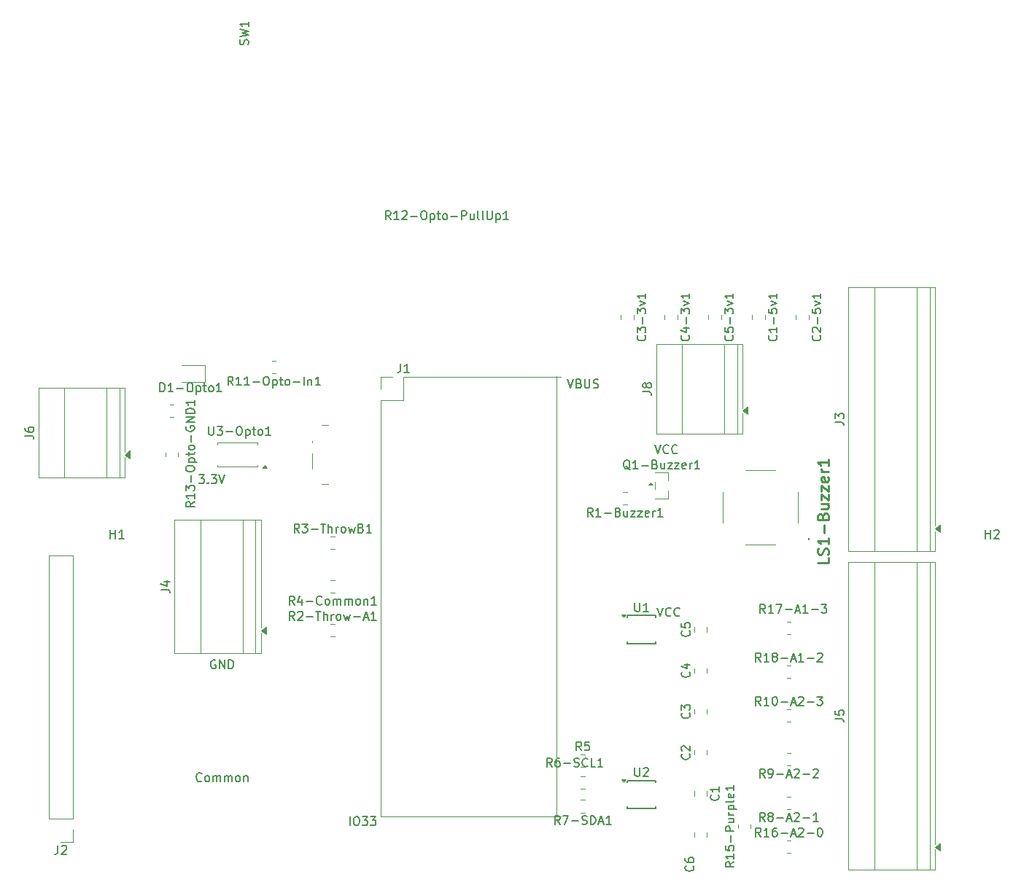
<source format=gbr>
%TF.GenerationSoftware,KiCad,Pcbnew,9.0.7*%
%TF.CreationDate,2026-02-19T19:21:46-05:00*%
%TF.ProjectId,low volt board - NL  S-3C-v2,6c6f7720-766f-46c7-9420-626f61726420,rev?*%
%TF.SameCoordinates,Original*%
%TF.FileFunction,Legend,Top*%
%TF.FilePolarity,Positive*%
%FSLAX46Y46*%
G04 Gerber Fmt 4.6, Leading zero omitted, Abs format (unit mm)*
G04 Created by KiCad (PCBNEW 9.0.7) date 2026-02-19 19:21:46*
%MOMM*%
%LPD*%
G01*
G04 APERTURE LIST*
%ADD10C,0.200000*%
%ADD11C,0.150000*%
%ADD12C,0.254000*%
%ADD13C,0.120000*%
%ADD14C,0.100000*%
G04 APERTURE END LIST*
D10*
X91809673Y-101467219D02*
X91809673Y-100467219D01*
X92476339Y-100467219D02*
X92666815Y-100467219D01*
X92666815Y-100467219D02*
X92762053Y-100514838D01*
X92762053Y-100514838D02*
X92857291Y-100610076D01*
X92857291Y-100610076D02*
X92904910Y-100800552D01*
X92904910Y-100800552D02*
X92904910Y-101133885D01*
X92904910Y-101133885D02*
X92857291Y-101324361D01*
X92857291Y-101324361D02*
X92762053Y-101419600D01*
X92762053Y-101419600D02*
X92666815Y-101467219D01*
X92666815Y-101467219D02*
X92476339Y-101467219D01*
X92476339Y-101467219D02*
X92381101Y-101419600D01*
X92381101Y-101419600D02*
X92285863Y-101324361D01*
X92285863Y-101324361D02*
X92238244Y-101133885D01*
X92238244Y-101133885D02*
X92238244Y-100800552D01*
X92238244Y-100800552D02*
X92285863Y-100610076D01*
X92285863Y-100610076D02*
X92381101Y-100514838D01*
X92381101Y-100514838D02*
X92476339Y-100467219D01*
X93238244Y-100467219D02*
X93857291Y-100467219D01*
X93857291Y-100467219D02*
X93523958Y-100848171D01*
X93523958Y-100848171D02*
X93666815Y-100848171D01*
X93666815Y-100848171D02*
X93762053Y-100895790D01*
X93762053Y-100895790D02*
X93809672Y-100943409D01*
X93809672Y-100943409D02*
X93857291Y-101038647D01*
X93857291Y-101038647D02*
X93857291Y-101276742D01*
X93857291Y-101276742D02*
X93809672Y-101371980D01*
X93809672Y-101371980D02*
X93762053Y-101419600D01*
X93762053Y-101419600D02*
X93666815Y-101467219D01*
X93666815Y-101467219D02*
X93381101Y-101467219D01*
X93381101Y-101467219D02*
X93285863Y-101419600D01*
X93285863Y-101419600D02*
X93238244Y-101371980D01*
X94190625Y-100467219D02*
X94809672Y-100467219D01*
X94809672Y-100467219D02*
X94476339Y-100848171D01*
X94476339Y-100848171D02*
X94619196Y-100848171D01*
X94619196Y-100848171D02*
X94714434Y-100895790D01*
X94714434Y-100895790D02*
X94762053Y-100943409D01*
X94762053Y-100943409D02*
X94809672Y-101038647D01*
X94809672Y-101038647D02*
X94809672Y-101276742D01*
X94809672Y-101276742D02*
X94762053Y-101371980D01*
X94762053Y-101371980D02*
X94714434Y-101419600D01*
X94714434Y-101419600D02*
X94619196Y-101467219D01*
X94619196Y-101467219D02*
X94333482Y-101467219D01*
X94333482Y-101467219D02*
X94238244Y-101419600D01*
X94238244Y-101419600D02*
X94190625Y-101371980D01*
X74601101Y-96291980D02*
X74553482Y-96339600D01*
X74553482Y-96339600D02*
X74410625Y-96387219D01*
X74410625Y-96387219D02*
X74315387Y-96387219D01*
X74315387Y-96387219D02*
X74172530Y-96339600D01*
X74172530Y-96339600D02*
X74077292Y-96244361D01*
X74077292Y-96244361D02*
X74029673Y-96149123D01*
X74029673Y-96149123D02*
X73982054Y-95958647D01*
X73982054Y-95958647D02*
X73982054Y-95815790D01*
X73982054Y-95815790D02*
X74029673Y-95625314D01*
X74029673Y-95625314D02*
X74077292Y-95530076D01*
X74077292Y-95530076D02*
X74172530Y-95434838D01*
X74172530Y-95434838D02*
X74315387Y-95387219D01*
X74315387Y-95387219D02*
X74410625Y-95387219D01*
X74410625Y-95387219D02*
X74553482Y-95434838D01*
X74553482Y-95434838D02*
X74601101Y-95482457D01*
X75172530Y-96387219D02*
X75077292Y-96339600D01*
X75077292Y-96339600D02*
X75029673Y-96291980D01*
X75029673Y-96291980D02*
X74982054Y-96196742D01*
X74982054Y-96196742D02*
X74982054Y-95911028D01*
X74982054Y-95911028D02*
X75029673Y-95815790D01*
X75029673Y-95815790D02*
X75077292Y-95768171D01*
X75077292Y-95768171D02*
X75172530Y-95720552D01*
X75172530Y-95720552D02*
X75315387Y-95720552D01*
X75315387Y-95720552D02*
X75410625Y-95768171D01*
X75410625Y-95768171D02*
X75458244Y-95815790D01*
X75458244Y-95815790D02*
X75505863Y-95911028D01*
X75505863Y-95911028D02*
X75505863Y-96196742D01*
X75505863Y-96196742D02*
X75458244Y-96291980D01*
X75458244Y-96291980D02*
X75410625Y-96339600D01*
X75410625Y-96339600D02*
X75315387Y-96387219D01*
X75315387Y-96387219D02*
X75172530Y-96387219D01*
X75934435Y-96387219D02*
X75934435Y-95720552D01*
X75934435Y-95815790D02*
X75982054Y-95768171D01*
X75982054Y-95768171D02*
X76077292Y-95720552D01*
X76077292Y-95720552D02*
X76220149Y-95720552D01*
X76220149Y-95720552D02*
X76315387Y-95768171D01*
X76315387Y-95768171D02*
X76363006Y-95863409D01*
X76363006Y-95863409D02*
X76363006Y-96387219D01*
X76363006Y-95863409D02*
X76410625Y-95768171D01*
X76410625Y-95768171D02*
X76505863Y-95720552D01*
X76505863Y-95720552D02*
X76648720Y-95720552D01*
X76648720Y-95720552D02*
X76743959Y-95768171D01*
X76743959Y-95768171D02*
X76791578Y-95863409D01*
X76791578Y-95863409D02*
X76791578Y-96387219D01*
X77267768Y-96387219D02*
X77267768Y-95720552D01*
X77267768Y-95815790D02*
X77315387Y-95768171D01*
X77315387Y-95768171D02*
X77410625Y-95720552D01*
X77410625Y-95720552D02*
X77553482Y-95720552D01*
X77553482Y-95720552D02*
X77648720Y-95768171D01*
X77648720Y-95768171D02*
X77696339Y-95863409D01*
X77696339Y-95863409D02*
X77696339Y-96387219D01*
X77696339Y-95863409D02*
X77743958Y-95768171D01*
X77743958Y-95768171D02*
X77839196Y-95720552D01*
X77839196Y-95720552D02*
X77982053Y-95720552D01*
X77982053Y-95720552D02*
X78077292Y-95768171D01*
X78077292Y-95768171D02*
X78124911Y-95863409D01*
X78124911Y-95863409D02*
X78124911Y-96387219D01*
X78743958Y-96387219D02*
X78648720Y-96339600D01*
X78648720Y-96339600D02*
X78601101Y-96291980D01*
X78601101Y-96291980D02*
X78553482Y-96196742D01*
X78553482Y-96196742D02*
X78553482Y-95911028D01*
X78553482Y-95911028D02*
X78601101Y-95815790D01*
X78601101Y-95815790D02*
X78648720Y-95768171D01*
X78648720Y-95768171D02*
X78743958Y-95720552D01*
X78743958Y-95720552D02*
X78886815Y-95720552D01*
X78886815Y-95720552D02*
X78982053Y-95768171D01*
X78982053Y-95768171D02*
X79029672Y-95815790D01*
X79029672Y-95815790D02*
X79077291Y-95911028D01*
X79077291Y-95911028D02*
X79077291Y-96196742D01*
X79077291Y-96196742D02*
X79029672Y-96291980D01*
X79029672Y-96291980D02*
X78982053Y-96339600D01*
X78982053Y-96339600D02*
X78886815Y-96387219D01*
X78886815Y-96387219D02*
X78743958Y-96387219D01*
X79505863Y-95720552D02*
X79505863Y-96387219D01*
X79505863Y-95815790D02*
X79553482Y-95768171D01*
X79553482Y-95768171D02*
X79648720Y-95720552D01*
X79648720Y-95720552D02*
X79791577Y-95720552D01*
X79791577Y-95720552D02*
X79886815Y-95768171D01*
X79886815Y-95768171D02*
X79934434Y-95863409D01*
X79934434Y-95863409D02*
X79934434Y-96387219D01*
X117066816Y-49667219D02*
X117400149Y-50667219D01*
X117400149Y-50667219D02*
X117733482Y-49667219D01*
X118400149Y-50143409D02*
X118543006Y-50191028D01*
X118543006Y-50191028D02*
X118590625Y-50238647D01*
X118590625Y-50238647D02*
X118638244Y-50333885D01*
X118638244Y-50333885D02*
X118638244Y-50476742D01*
X118638244Y-50476742D02*
X118590625Y-50571980D01*
X118590625Y-50571980D02*
X118543006Y-50619600D01*
X118543006Y-50619600D02*
X118447768Y-50667219D01*
X118447768Y-50667219D02*
X118066816Y-50667219D01*
X118066816Y-50667219D02*
X118066816Y-49667219D01*
X118066816Y-49667219D02*
X118400149Y-49667219D01*
X118400149Y-49667219D02*
X118495387Y-49714838D01*
X118495387Y-49714838D02*
X118543006Y-49762457D01*
X118543006Y-49762457D02*
X118590625Y-49857695D01*
X118590625Y-49857695D02*
X118590625Y-49952933D01*
X118590625Y-49952933D02*
X118543006Y-50048171D01*
X118543006Y-50048171D02*
X118495387Y-50095790D01*
X118495387Y-50095790D02*
X118400149Y-50143409D01*
X118400149Y-50143409D02*
X118066816Y-50143409D01*
X119066816Y-49667219D02*
X119066816Y-50476742D01*
X119066816Y-50476742D02*
X119114435Y-50571980D01*
X119114435Y-50571980D02*
X119162054Y-50619600D01*
X119162054Y-50619600D02*
X119257292Y-50667219D01*
X119257292Y-50667219D02*
X119447768Y-50667219D01*
X119447768Y-50667219D02*
X119543006Y-50619600D01*
X119543006Y-50619600D02*
X119590625Y-50571980D01*
X119590625Y-50571980D02*
X119638244Y-50476742D01*
X119638244Y-50476742D02*
X119638244Y-49667219D01*
X120066816Y-50619600D02*
X120209673Y-50667219D01*
X120209673Y-50667219D02*
X120447768Y-50667219D01*
X120447768Y-50667219D02*
X120543006Y-50619600D01*
X120543006Y-50619600D02*
X120590625Y-50571980D01*
X120590625Y-50571980D02*
X120638244Y-50476742D01*
X120638244Y-50476742D02*
X120638244Y-50381504D01*
X120638244Y-50381504D02*
X120590625Y-50286266D01*
X120590625Y-50286266D02*
X120543006Y-50238647D01*
X120543006Y-50238647D02*
X120447768Y-50191028D01*
X120447768Y-50191028D02*
X120257292Y-50143409D01*
X120257292Y-50143409D02*
X120162054Y-50095790D01*
X120162054Y-50095790D02*
X120114435Y-50048171D01*
X120114435Y-50048171D02*
X120066816Y-49952933D01*
X120066816Y-49952933D02*
X120066816Y-49857695D01*
X120066816Y-49857695D02*
X120114435Y-49762457D01*
X120114435Y-49762457D02*
X120162054Y-49714838D01*
X120162054Y-49714838D02*
X120257292Y-49667219D01*
X120257292Y-49667219D02*
X120495387Y-49667219D01*
X120495387Y-49667219D02*
X120638244Y-49714838D01*
X127226816Y-57287219D02*
X127560149Y-58287219D01*
X127560149Y-58287219D02*
X127893482Y-57287219D01*
X128798244Y-58191980D02*
X128750625Y-58239600D01*
X128750625Y-58239600D02*
X128607768Y-58287219D01*
X128607768Y-58287219D02*
X128512530Y-58287219D01*
X128512530Y-58287219D02*
X128369673Y-58239600D01*
X128369673Y-58239600D02*
X128274435Y-58144361D01*
X128274435Y-58144361D02*
X128226816Y-58049123D01*
X128226816Y-58049123D02*
X128179197Y-57858647D01*
X128179197Y-57858647D02*
X128179197Y-57715790D01*
X128179197Y-57715790D02*
X128226816Y-57525314D01*
X128226816Y-57525314D02*
X128274435Y-57430076D01*
X128274435Y-57430076D02*
X128369673Y-57334838D01*
X128369673Y-57334838D02*
X128512530Y-57287219D01*
X128512530Y-57287219D02*
X128607768Y-57287219D01*
X128607768Y-57287219D02*
X128750625Y-57334838D01*
X128750625Y-57334838D02*
X128798244Y-57382457D01*
X129798244Y-58191980D02*
X129750625Y-58239600D01*
X129750625Y-58239600D02*
X129607768Y-58287219D01*
X129607768Y-58287219D02*
X129512530Y-58287219D01*
X129512530Y-58287219D02*
X129369673Y-58239600D01*
X129369673Y-58239600D02*
X129274435Y-58144361D01*
X129274435Y-58144361D02*
X129226816Y-58049123D01*
X129226816Y-58049123D02*
X129179197Y-57858647D01*
X129179197Y-57858647D02*
X129179197Y-57715790D01*
X129179197Y-57715790D02*
X129226816Y-57525314D01*
X129226816Y-57525314D02*
X129274435Y-57430076D01*
X129274435Y-57430076D02*
X129369673Y-57334838D01*
X129369673Y-57334838D02*
X129512530Y-57287219D01*
X129512530Y-57287219D02*
X129607768Y-57287219D01*
X129607768Y-57287219D02*
X129750625Y-57334838D01*
X129750625Y-57334838D02*
X129798244Y-57382457D01*
X76193482Y-82314838D02*
X76098244Y-82267219D01*
X76098244Y-82267219D02*
X75955387Y-82267219D01*
X75955387Y-82267219D02*
X75812530Y-82314838D01*
X75812530Y-82314838D02*
X75717292Y-82410076D01*
X75717292Y-82410076D02*
X75669673Y-82505314D01*
X75669673Y-82505314D02*
X75622054Y-82695790D01*
X75622054Y-82695790D02*
X75622054Y-82838647D01*
X75622054Y-82838647D02*
X75669673Y-83029123D01*
X75669673Y-83029123D02*
X75717292Y-83124361D01*
X75717292Y-83124361D02*
X75812530Y-83219600D01*
X75812530Y-83219600D02*
X75955387Y-83267219D01*
X75955387Y-83267219D02*
X76050625Y-83267219D01*
X76050625Y-83267219D02*
X76193482Y-83219600D01*
X76193482Y-83219600D02*
X76241101Y-83171980D01*
X76241101Y-83171980D02*
X76241101Y-82838647D01*
X76241101Y-82838647D02*
X76050625Y-82838647D01*
X76669673Y-83267219D02*
X76669673Y-82267219D01*
X76669673Y-82267219D02*
X77241101Y-83267219D01*
X77241101Y-83267219D02*
X77241101Y-82267219D01*
X77717292Y-83267219D02*
X77717292Y-82267219D01*
X77717292Y-82267219D02*
X77955387Y-82267219D01*
X77955387Y-82267219D02*
X78098244Y-82314838D01*
X78098244Y-82314838D02*
X78193482Y-82410076D01*
X78193482Y-82410076D02*
X78241101Y-82505314D01*
X78241101Y-82505314D02*
X78288720Y-82695790D01*
X78288720Y-82695790D02*
X78288720Y-82838647D01*
X78288720Y-82838647D02*
X78241101Y-83029123D01*
X78241101Y-83029123D02*
X78193482Y-83124361D01*
X78193482Y-83124361D02*
X78098244Y-83219600D01*
X78098244Y-83219600D02*
X77955387Y-83267219D01*
X77955387Y-83267219D02*
X77717292Y-83267219D01*
X74274435Y-60767219D02*
X74893482Y-60767219D01*
X74893482Y-60767219D02*
X74560149Y-61148171D01*
X74560149Y-61148171D02*
X74703006Y-61148171D01*
X74703006Y-61148171D02*
X74798244Y-61195790D01*
X74798244Y-61195790D02*
X74845863Y-61243409D01*
X74845863Y-61243409D02*
X74893482Y-61338647D01*
X74893482Y-61338647D02*
X74893482Y-61576742D01*
X74893482Y-61576742D02*
X74845863Y-61671980D01*
X74845863Y-61671980D02*
X74798244Y-61719600D01*
X74798244Y-61719600D02*
X74703006Y-61767219D01*
X74703006Y-61767219D02*
X74417292Y-61767219D01*
X74417292Y-61767219D02*
X74322054Y-61719600D01*
X74322054Y-61719600D02*
X74274435Y-61671980D01*
X75322054Y-61671980D02*
X75369673Y-61719600D01*
X75369673Y-61719600D02*
X75322054Y-61767219D01*
X75322054Y-61767219D02*
X75274435Y-61719600D01*
X75274435Y-61719600D02*
X75322054Y-61671980D01*
X75322054Y-61671980D02*
X75322054Y-61767219D01*
X75703006Y-60767219D02*
X76322053Y-60767219D01*
X76322053Y-60767219D02*
X75988720Y-61148171D01*
X75988720Y-61148171D02*
X76131577Y-61148171D01*
X76131577Y-61148171D02*
X76226815Y-61195790D01*
X76226815Y-61195790D02*
X76274434Y-61243409D01*
X76274434Y-61243409D02*
X76322053Y-61338647D01*
X76322053Y-61338647D02*
X76322053Y-61576742D01*
X76322053Y-61576742D02*
X76274434Y-61671980D01*
X76274434Y-61671980D02*
X76226815Y-61719600D01*
X76226815Y-61719600D02*
X76131577Y-61767219D01*
X76131577Y-61767219D02*
X75845863Y-61767219D01*
X75845863Y-61767219D02*
X75750625Y-61719600D01*
X75750625Y-61719600D02*
X75703006Y-61671980D01*
X76607768Y-60767219D02*
X76941101Y-61767219D01*
X76941101Y-61767219D02*
X77274434Y-60767219D01*
X127501816Y-76193219D02*
X127835149Y-77193219D01*
X127835149Y-77193219D02*
X128168482Y-76193219D01*
X129073244Y-77097980D02*
X129025625Y-77145600D01*
X129025625Y-77145600D02*
X128882768Y-77193219D01*
X128882768Y-77193219D02*
X128787530Y-77193219D01*
X128787530Y-77193219D02*
X128644673Y-77145600D01*
X128644673Y-77145600D02*
X128549435Y-77050361D01*
X128549435Y-77050361D02*
X128501816Y-76955123D01*
X128501816Y-76955123D02*
X128454197Y-76764647D01*
X128454197Y-76764647D02*
X128454197Y-76621790D01*
X128454197Y-76621790D02*
X128501816Y-76431314D01*
X128501816Y-76431314D02*
X128549435Y-76336076D01*
X128549435Y-76336076D02*
X128644673Y-76240838D01*
X128644673Y-76240838D02*
X128787530Y-76193219D01*
X128787530Y-76193219D02*
X128882768Y-76193219D01*
X128882768Y-76193219D02*
X129025625Y-76240838D01*
X129025625Y-76240838D02*
X129073244Y-76288457D01*
X130073244Y-77097980D02*
X130025625Y-77145600D01*
X130025625Y-77145600D02*
X129882768Y-77193219D01*
X129882768Y-77193219D02*
X129787530Y-77193219D01*
X129787530Y-77193219D02*
X129644673Y-77145600D01*
X129644673Y-77145600D02*
X129549435Y-77050361D01*
X129549435Y-77050361D02*
X129501816Y-76955123D01*
X129501816Y-76955123D02*
X129454197Y-76764647D01*
X129454197Y-76764647D02*
X129454197Y-76621790D01*
X129454197Y-76621790D02*
X129501816Y-76431314D01*
X129501816Y-76431314D02*
X129549435Y-76336076D01*
X129549435Y-76336076D02*
X129644673Y-76240838D01*
X129644673Y-76240838D02*
X129787530Y-76193219D01*
X129787530Y-76193219D02*
X129882768Y-76193219D01*
X129882768Y-76193219D02*
X130025625Y-76240838D01*
X130025625Y-76240838D02*
X130073244Y-76288457D01*
D11*
X119988094Y-65604819D02*
X119654761Y-65128628D01*
X119416666Y-65604819D02*
X119416666Y-64604819D01*
X119416666Y-64604819D02*
X119797618Y-64604819D01*
X119797618Y-64604819D02*
X119892856Y-64652438D01*
X119892856Y-64652438D02*
X119940475Y-64700057D01*
X119940475Y-64700057D02*
X119988094Y-64795295D01*
X119988094Y-64795295D02*
X119988094Y-64938152D01*
X119988094Y-64938152D02*
X119940475Y-65033390D01*
X119940475Y-65033390D02*
X119892856Y-65081009D01*
X119892856Y-65081009D02*
X119797618Y-65128628D01*
X119797618Y-65128628D02*
X119416666Y-65128628D01*
X120940475Y-65604819D02*
X120369047Y-65604819D01*
X120654761Y-65604819D02*
X120654761Y-64604819D01*
X120654761Y-64604819D02*
X120559523Y-64747676D01*
X120559523Y-64747676D02*
X120464285Y-64842914D01*
X120464285Y-64842914D02*
X120369047Y-64890533D01*
X121369047Y-65223866D02*
X122130952Y-65223866D01*
X122940475Y-65081009D02*
X123083332Y-65128628D01*
X123083332Y-65128628D02*
X123130951Y-65176247D01*
X123130951Y-65176247D02*
X123178570Y-65271485D01*
X123178570Y-65271485D02*
X123178570Y-65414342D01*
X123178570Y-65414342D02*
X123130951Y-65509580D01*
X123130951Y-65509580D02*
X123083332Y-65557200D01*
X123083332Y-65557200D02*
X122988094Y-65604819D01*
X122988094Y-65604819D02*
X122607142Y-65604819D01*
X122607142Y-65604819D02*
X122607142Y-64604819D01*
X122607142Y-64604819D02*
X122940475Y-64604819D01*
X122940475Y-64604819D02*
X123035713Y-64652438D01*
X123035713Y-64652438D02*
X123083332Y-64700057D01*
X123083332Y-64700057D02*
X123130951Y-64795295D01*
X123130951Y-64795295D02*
X123130951Y-64890533D01*
X123130951Y-64890533D02*
X123083332Y-64985771D01*
X123083332Y-64985771D02*
X123035713Y-65033390D01*
X123035713Y-65033390D02*
X122940475Y-65081009D01*
X122940475Y-65081009D02*
X122607142Y-65081009D01*
X124035713Y-64938152D02*
X124035713Y-65604819D01*
X123607142Y-64938152D02*
X123607142Y-65461961D01*
X123607142Y-65461961D02*
X123654761Y-65557200D01*
X123654761Y-65557200D02*
X123749999Y-65604819D01*
X123749999Y-65604819D02*
X123892856Y-65604819D01*
X123892856Y-65604819D02*
X123988094Y-65557200D01*
X123988094Y-65557200D02*
X124035713Y-65509580D01*
X124416666Y-64938152D02*
X124940475Y-64938152D01*
X124940475Y-64938152D02*
X124416666Y-65604819D01*
X124416666Y-65604819D02*
X124940475Y-65604819D01*
X125226190Y-64938152D02*
X125749999Y-64938152D01*
X125749999Y-64938152D02*
X125226190Y-65604819D01*
X125226190Y-65604819D02*
X125749999Y-65604819D01*
X126511904Y-65557200D02*
X126416666Y-65604819D01*
X126416666Y-65604819D02*
X126226190Y-65604819D01*
X126226190Y-65604819D02*
X126130952Y-65557200D01*
X126130952Y-65557200D02*
X126083333Y-65461961D01*
X126083333Y-65461961D02*
X126083333Y-65081009D01*
X126083333Y-65081009D02*
X126130952Y-64985771D01*
X126130952Y-64985771D02*
X126226190Y-64938152D01*
X126226190Y-64938152D02*
X126416666Y-64938152D01*
X126416666Y-64938152D02*
X126511904Y-64985771D01*
X126511904Y-64985771D02*
X126559523Y-65081009D01*
X126559523Y-65081009D02*
X126559523Y-65176247D01*
X126559523Y-65176247D02*
X126083333Y-65271485D01*
X126988095Y-65604819D02*
X126988095Y-64938152D01*
X126988095Y-65128628D02*
X127035714Y-65033390D01*
X127035714Y-65033390D02*
X127083333Y-64985771D01*
X127083333Y-64985771D02*
X127178571Y-64938152D01*
X127178571Y-64938152D02*
X127273809Y-64938152D01*
X128130952Y-65604819D02*
X127559524Y-65604819D01*
X127845238Y-65604819D02*
X127845238Y-64604819D01*
X127845238Y-64604819D02*
X127750000Y-64747676D01*
X127750000Y-64747676D02*
X127654762Y-64842914D01*
X127654762Y-64842914D02*
X127559524Y-64890533D01*
X75428571Y-55154819D02*
X75428571Y-55964342D01*
X75428571Y-55964342D02*
X75476190Y-56059580D01*
X75476190Y-56059580D02*
X75523809Y-56107200D01*
X75523809Y-56107200D02*
X75619047Y-56154819D01*
X75619047Y-56154819D02*
X75809523Y-56154819D01*
X75809523Y-56154819D02*
X75904761Y-56107200D01*
X75904761Y-56107200D02*
X75952380Y-56059580D01*
X75952380Y-56059580D02*
X75999999Y-55964342D01*
X75999999Y-55964342D02*
X75999999Y-55154819D01*
X76380952Y-55154819D02*
X76999999Y-55154819D01*
X76999999Y-55154819D02*
X76666666Y-55535771D01*
X76666666Y-55535771D02*
X76809523Y-55535771D01*
X76809523Y-55535771D02*
X76904761Y-55583390D01*
X76904761Y-55583390D02*
X76952380Y-55631009D01*
X76952380Y-55631009D02*
X76999999Y-55726247D01*
X76999999Y-55726247D02*
X76999999Y-55964342D01*
X76999999Y-55964342D02*
X76952380Y-56059580D01*
X76952380Y-56059580D02*
X76904761Y-56107200D01*
X76904761Y-56107200D02*
X76809523Y-56154819D01*
X76809523Y-56154819D02*
X76523809Y-56154819D01*
X76523809Y-56154819D02*
X76428571Y-56107200D01*
X76428571Y-56107200D02*
X76380952Y-56059580D01*
X77428571Y-55773866D02*
X78190476Y-55773866D01*
X78857142Y-55154819D02*
X79047618Y-55154819D01*
X79047618Y-55154819D02*
X79142856Y-55202438D01*
X79142856Y-55202438D02*
X79238094Y-55297676D01*
X79238094Y-55297676D02*
X79285713Y-55488152D01*
X79285713Y-55488152D02*
X79285713Y-55821485D01*
X79285713Y-55821485D02*
X79238094Y-56011961D01*
X79238094Y-56011961D02*
X79142856Y-56107200D01*
X79142856Y-56107200D02*
X79047618Y-56154819D01*
X79047618Y-56154819D02*
X78857142Y-56154819D01*
X78857142Y-56154819D02*
X78761904Y-56107200D01*
X78761904Y-56107200D02*
X78666666Y-56011961D01*
X78666666Y-56011961D02*
X78619047Y-55821485D01*
X78619047Y-55821485D02*
X78619047Y-55488152D01*
X78619047Y-55488152D02*
X78666666Y-55297676D01*
X78666666Y-55297676D02*
X78761904Y-55202438D01*
X78761904Y-55202438D02*
X78857142Y-55154819D01*
X79714285Y-55488152D02*
X79714285Y-56488152D01*
X79714285Y-55535771D02*
X79809523Y-55488152D01*
X79809523Y-55488152D02*
X79999999Y-55488152D01*
X79999999Y-55488152D02*
X80095237Y-55535771D01*
X80095237Y-55535771D02*
X80142856Y-55583390D01*
X80142856Y-55583390D02*
X80190475Y-55678628D01*
X80190475Y-55678628D02*
X80190475Y-55964342D01*
X80190475Y-55964342D02*
X80142856Y-56059580D01*
X80142856Y-56059580D02*
X80095237Y-56107200D01*
X80095237Y-56107200D02*
X79999999Y-56154819D01*
X79999999Y-56154819D02*
X79809523Y-56154819D01*
X79809523Y-56154819D02*
X79714285Y-56107200D01*
X80476190Y-55488152D02*
X80857142Y-55488152D01*
X80619047Y-55154819D02*
X80619047Y-56011961D01*
X80619047Y-56011961D02*
X80666666Y-56107200D01*
X80666666Y-56107200D02*
X80761904Y-56154819D01*
X80761904Y-56154819D02*
X80857142Y-56154819D01*
X81333333Y-56154819D02*
X81238095Y-56107200D01*
X81238095Y-56107200D02*
X81190476Y-56059580D01*
X81190476Y-56059580D02*
X81142857Y-55964342D01*
X81142857Y-55964342D02*
X81142857Y-55678628D01*
X81142857Y-55678628D02*
X81190476Y-55583390D01*
X81190476Y-55583390D02*
X81238095Y-55535771D01*
X81238095Y-55535771D02*
X81333333Y-55488152D01*
X81333333Y-55488152D02*
X81476190Y-55488152D01*
X81476190Y-55488152D02*
X81571428Y-55535771D01*
X81571428Y-55535771D02*
X81619047Y-55583390D01*
X81619047Y-55583390D02*
X81666666Y-55678628D01*
X81666666Y-55678628D02*
X81666666Y-55964342D01*
X81666666Y-55964342D02*
X81619047Y-56059580D01*
X81619047Y-56059580D02*
X81571428Y-56107200D01*
X81571428Y-56107200D02*
X81476190Y-56154819D01*
X81476190Y-56154819D02*
X81333333Y-56154819D01*
X82619047Y-56154819D02*
X82047619Y-56154819D01*
X82333333Y-56154819D02*
X82333333Y-55154819D01*
X82333333Y-55154819D02*
X82238095Y-55297676D01*
X82238095Y-55297676D02*
X82142857Y-55392914D01*
X82142857Y-55392914D02*
X82047619Y-55440533D01*
X54094819Y-56213333D02*
X54809104Y-56213333D01*
X54809104Y-56213333D02*
X54951961Y-56260952D01*
X54951961Y-56260952D02*
X55047200Y-56356190D01*
X55047200Y-56356190D02*
X55094819Y-56499047D01*
X55094819Y-56499047D02*
X55094819Y-56594285D01*
X54094819Y-55308571D02*
X54094819Y-55499047D01*
X54094819Y-55499047D02*
X54142438Y-55594285D01*
X54142438Y-55594285D02*
X54190057Y-55641904D01*
X54190057Y-55641904D02*
X54332914Y-55737142D01*
X54332914Y-55737142D02*
X54523390Y-55784761D01*
X54523390Y-55784761D02*
X54904342Y-55784761D01*
X54904342Y-55784761D02*
X54999580Y-55737142D01*
X54999580Y-55737142D02*
X55047200Y-55689523D01*
X55047200Y-55689523D02*
X55094819Y-55594285D01*
X55094819Y-55594285D02*
X55094819Y-55403809D01*
X55094819Y-55403809D02*
X55047200Y-55308571D01*
X55047200Y-55308571D02*
X54999580Y-55260952D01*
X54999580Y-55260952D02*
X54904342Y-55213333D01*
X54904342Y-55213333D02*
X54666247Y-55213333D01*
X54666247Y-55213333D02*
X54571009Y-55260952D01*
X54571009Y-55260952D02*
X54523390Y-55308571D01*
X54523390Y-55308571D02*
X54475771Y-55403809D01*
X54475771Y-55403809D02*
X54475771Y-55594285D01*
X54475771Y-55594285D02*
X54523390Y-55689523D01*
X54523390Y-55689523D02*
X54571009Y-55737142D01*
X54571009Y-55737142D02*
X54666247Y-55784761D01*
X85378928Y-77634819D02*
X85045595Y-77158628D01*
X84807500Y-77634819D02*
X84807500Y-76634819D01*
X84807500Y-76634819D02*
X85188452Y-76634819D01*
X85188452Y-76634819D02*
X85283690Y-76682438D01*
X85283690Y-76682438D02*
X85331309Y-76730057D01*
X85331309Y-76730057D02*
X85378928Y-76825295D01*
X85378928Y-76825295D02*
X85378928Y-76968152D01*
X85378928Y-76968152D02*
X85331309Y-77063390D01*
X85331309Y-77063390D02*
X85283690Y-77111009D01*
X85283690Y-77111009D02*
X85188452Y-77158628D01*
X85188452Y-77158628D02*
X84807500Y-77158628D01*
X85759881Y-76730057D02*
X85807500Y-76682438D01*
X85807500Y-76682438D02*
X85902738Y-76634819D01*
X85902738Y-76634819D02*
X86140833Y-76634819D01*
X86140833Y-76634819D02*
X86236071Y-76682438D01*
X86236071Y-76682438D02*
X86283690Y-76730057D01*
X86283690Y-76730057D02*
X86331309Y-76825295D01*
X86331309Y-76825295D02*
X86331309Y-76920533D01*
X86331309Y-76920533D02*
X86283690Y-77063390D01*
X86283690Y-77063390D02*
X85712262Y-77634819D01*
X85712262Y-77634819D02*
X86331309Y-77634819D01*
X86759881Y-77253866D02*
X87521786Y-77253866D01*
X87855119Y-76634819D02*
X88426547Y-76634819D01*
X88140833Y-77634819D02*
X88140833Y-76634819D01*
X88759881Y-77634819D02*
X88759881Y-76634819D01*
X89188452Y-77634819D02*
X89188452Y-77111009D01*
X89188452Y-77111009D02*
X89140833Y-77015771D01*
X89140833Y-77015771D02*
X89045595Y-76968152D01*
X89045595Y-76968152D02*
X88902738Y-76968152D01*
X88902738Y-76968152D02*
X88807500Y-77015771D01*
X88807500Y-77015771D02*
X88759881Y-77063390D01*
X89664643Y-77634819D02*
X89664643Y-76968152D01*
X89664643Y-77158628D02*
X89712262Y-77063390D01*
X89712262Y-77063390D02*
X89759881Y-77015771D01*
X89759881Y-77015771D02*
X89855119Y-76968152D01*
X89855119Y-76968152D02*
X89950357Y-76968152D01*
X90426548Y-77634819D02*
X90331310Y-77587200D01*
X90331310Y-77587200D02*
X90283691Y-77539580D01*
X90283691Y-77539580D02*
X90236072Y-77444342D01*
X90236072Y-77444342D02*
X90236072Y-77158628D01*
X90236072Y-77158628D02*
X90283691Y-77063390D01*
X90283691Y-77063390D02*
X90331310Y-77015771D01*
X90331310Y-77015771D02*
X90426548Y-76968152D01*
X90426548Y-76968152D02*
X90569405Y-76968152D01*
X90569405Y-76968152D02*
X90664643Y-77015771D01*
X90664643Y-77015771D02*
X90712262Y-77063390D01*
X90712262Y-77063390D02*
X90759881Y-77158628D01*
X90759881Y-77158628D02*
X90759881Y-77444342D01*
X90759881Y-77444342D02*
X90712262Y-77539580D01*
X90712262Y-77539580D02*
X90664643Y-77587200D01*
X90664643Y-77587200D02*
X90569405Y-77634819D01*
X90569405Y-77634819D02*
X90426548Y-77634819D01*
X91093215Y-76968152D02*
X91283691Y-77634819D01*
X91283691Y-77634819D02*
X91474167Y-77158628D01*
X91474167Y-77158628D02*
X91664643Y-77634819D01*
X91664643Y-77634819D02*
X91855119Y-76968152D01*
X92236072Y-77253866D02*
X92997977Y-77253866D01*
X93426548Y-77349104D02*
X93902738Y-77349104D01*
X93331310Y-77634819D02*
X93664643Y-76634819D01*
X93664643Y-76634819D02*
X93997976Y-77634819D01*
X94855119Y-77634819D02*
X94283691Y-77634819D01*
X94569405Y-77634819D02*
X94569405Y-76634819D01*
X94569405Y-76634819D02*
X94474167Y-76777676D01*
X94474167Y-76777676D02*
X94378929Y-76872914D01*
X94378929Y-76872914D02*
X94283691Y-76920533D01*
X64008095Y-68144819D02*
X64008095Y-67144819D01*
X64008095Y-67621009D02*
X64579523Y-67621009D01*
X64579523Y-68144819D02*
X64579523Y-67144819D01*
X65579523Y-68144819D02*
X65008095Y-68144819D01*
X65293809Y-68144819D02*
X65293809Y-67144819D01*
X65293809Y-67144819D02*
X65198571Y-67287676D01*
X65198571Y-67287676D02*
X65103333Y-67382914D01*
X65103333Y-67382914D02*
X65008095Y-67430533D01*
X124888095Y-75630819D02*
X124888095Y-76440342D01*
X124888095Y-76440342D02*
X124935714Y-76535580D01*
X124935714Y-76535580D02*
X124983333Y-76583200D01*
X124983333Y-76583200D02*
X125078571Y-76630819D01*
X125078571Y-76630819D02*
X125269047Y-76630819D01*
X125269047Y-76630819D02*
X125364285Y-76583200D01*
X125364285Y-76583200D02*
X125411904Y-76535580D01*
X125411904Y-76535580D02*
X125459523Y-76440342D01*
X125459523Y-76440342D02*
X125459523Y-75630819D01*
X126459523Y-76630819D02*
X125888095Y-76630819D01*
X126173809Y-76630819D02*
X126173809Y-75630819D01*
X126173809Y-75630819D02*
X126078571Y-75773676D01*
X126078571Y-75773676D02*
X125983333Y-75868914D01*
X125983333Y-75868914D02*
X125888095Y-75916533D01*
X118680833Y-92770819D02*
X118347500Y-92294628D01*
X118109405Y-92770819D02*
X118109405Y-91770819D01*
X118109405Y-91770819D02*
X118490357Y-91770819D01*
X118490357Y-91770819D02*
X118585595Y-91818438D01*
X118585595Y-91818438D02*
X118633214Y-91866057D01*
X118633214Y-91866057D02*
X118680833Y-91961295D01*
X118680833Y-91961295D02*
X118680833Y-92104152D01*
X118680833Y-92104152D02*
X118633214Y-92199390D01*
X118633214Y-92199390D02*
X118585595Y-92247009D01*
X118585595Y-92247009D02*
X118490357Y-92294628D01*
X118490357Y-92294628D02*
X118109405Y-92294628D01*
X119585595Y-91770819D02*
X119109405Y-91770819D01*
X119109405Y-91770819D02*
X119061786Y-92247009D01*
X119061786Y-92247009D02*
X119109405Y-92199390D01*
X119109405Y-92199390D02*
X119204643Y-92151771D01*
X119204643Y-92151771D02*
X119442738Y-92151771D01*
X119442738Y-92151771D02*
X119537976Y-92199390D01*
X119537976Y-92199390D02*
X119585595Y-92247009D01*
X119585595Y-92247009D02*
X119633214Y-92342247D01*
X119633214Y-92342247D02*
X119633214Y-92580342D01*
X119633214Y-92580342D02*
X119585595Y-92675580D01*
X119585595Y-92675580D02*
X119537976Y-92723200D01*
X119537976Y-92723200D02*
X119442738Y-92770819D01*
X119442738Y-92770819D02*
X119204643Y-92770819D01*
X119204643Y-92770819D02*
X119109405Y-92723200D01*
X119109405Y-92723200D02*
X119061786Y-92675580D01*
X69764881Y-51104819D02*
X69764881Y-50104819D01*
X69764881Y-50104819D02*
X70002976Y-50104819D01*
X70002976Y-50104819D02*
X70145833Y-50152438D01*
X70145833Y-50152438D02*
X70241071Y-50247676D01*
X70241071Y-50247676D02*
X70288690Y-50342914D01*
X70288690Y-50342914D02*
X70336309Y-50533390D01*
X70336309Y-50533390D02*
X70336309Y-50676247D01*
X70336309Y-50676247D02*
X70288690Y-50866723D01*
X70288690Y-50866723D02*
X70241071Y-50961961D01*
X70241071Y-50961961D02*
X70145833Y-51057200D01*
X70145833Y-51057200D02*
X70002976Y-51104819D01*
X70002976Y-51104819D02*
X69764881Y-51104819D01*
X71288690Y-51104819D02*
X70717262Y-51104819D01*
X71002976Y-51104819D02*
X71002976Y-50104819D01*
X71002976Y-50104819D02*
X70907738Y-50247676D01*
X70907738Y-50247676D02*
X70812500Y-50342914D01*
X70812500Y-50342914D02*
X70717262Y-50390533D01*
X71717262Y-50723866D02*
X72479167Y-50723866D01*
X73145833Y-50104819D02*
X73336309Y-50104819D01*
X73336309Y-50104819D02*
X73431547Y-50152438D01*
X73431547Y-50152438D02*
X73526785Y-50247676D01*
X73526785Y-50247676D02*
X73574404Y-50438152D01*
X73574404Y-50438152D02*
X73574404Y-50771485D01*
X73574404Y-50771485D02*
X73526785Y-50961961D01*
X73526785Y-50961961D02*
X73431547Y-51057200D01*
X73431547Y-51057200D02*
X73336309Y-51104819D01*
X73336309Y-51104819D02*
X73145833Y-51104819D01*
X73145833Y-51104819D02*
X73050595Y-51057200D01*
X73050595Y-51057200D02*
X72955357Y-50961961D01*
X72955357Y-50961961D02*
X72907738Y-50771485D01*
X72907738Y-50771485D02*
X72907738Y-50438152D01*
X72907738Y-50438152D02*
X72955357Y-50247676D01*
X72955357Y-50247676D02*
X73050595Y-50152438D01*
X73050595Y-50152438D02*
X73145833Y-50104819D01*
X74002976Y-50438152D02*
X74002976Y-51438152D01*
X74002976Y-50485771D02*
X74098214Y-50438152D01*
X74098214Y-50438152D02*
X74288690Y-50438152D01*
X74288690Y-50438152D02*
X74383928Y-50485771D01*
X74383928Y-50485771D02*
X74431547Y-50533390D01*
X74431547Y-50533390D02*
X74479166Y-50628628D01*
X74479166Y-50628628D02*
X74479166Y-50914342D01*
X74479166Y-50914342D02*
X74431547Y-51009580D01*
X74431547Y-51009580D02*
X74383928Y-51057200D01*
X74383928Y-51057200D02*
X74288690Y-51104819D01*
X74288690Y-51104819D02*
X74098214Y-51104819D01*
X74098214Y-51104819D02*
X74002976Y-51057200D01*
X74764881Y-50438152D02*
X75145833Y-50438152D01*
X74907738Y-50104819D02*
X74907738Y-50961961D01*
X74907738Y-50961961D02*
X74955357Y-51057200D01*
X74955357Y-51057200D02*
X75050595Y-51104819D01*
X75050595Y-51104819D02*
X75145833Y-51104819D01*
X75622024Y-51104819D02*
X75526786Y-51057200D01*
X75526786Y-51057200D02*
X75479167Y-51009580D01*
X75479167Y-51009580D02*
X75431548Y-50914342D01*
X75431548Y-50914342D02*
X75431548Y-50628628D01*
X75431548Y-50628628D02*
X75479167Y-50533390D01*
X75479167Y-50533390D02*
X75526786Y-50485771D01*
X75526786Y-50485771D02*
X75622024Y-50438152D01*
X75622024Y-50438152D02*
X75764881Y-50438152D01*
X75764881Y-50438152D02*
X75860119Y-50485771D01*
X75860119Y-50485771D02*
X75907738Y-50533390D01*
X75907738Y-50533390D02*
X75955357Y-50628628D01*
X75955357Y-50628628D02*
X75955357Y-50914342D01*
X75955357Y-50914342D02*
X75907738Y-51009580D01*
X75907738Y-51009580D02*
X75860119Y-51057200D01*
X75860119Y-51057200D02*
X75764881Y-51104819D01*
X75764881Y-51104819D02*
X75622024Y-51104819D01*
X76907738Y-51104819D02*
X76336310Y-51104819D01*
X76622024Y-51104819D02*
X76622024Y-50104819D01*
X76622024Y-50104819D02*
X76526786Y-50247676D01*
X76526786Y-50247676D02*
X76431548Y-50342914D01*
X76431548Y-50342914D02*
X76336310Y-50390533D01*
X85926547Y-67474819D02*
X85593214Y-66998628D01*
X85355119Y-67474819D02*
X85355119Y-66474819D01*
X85355119Y-66474819D02*
X85736071Y-66474819D01*
X85736071Y-66474819D02*
X85831309Y-66522438D01*
X85831309Y-66522438D02*
X85878928Y-66570057D01*
X85878928Y-66570057D02*
X85926547Y-66665295D01*
X85926547Y-66665295D02*
X85926547Y-66808152D01*
X85926547Y-66808152D02*
X85878928Y-66903390D01*
X85878928Y-66903390D02*
X85831309Y-66951009D01*
X85831309Y-66951009D02*
X85736071Y-66998628D01*
X85736071Y-66998628D02*
X85355119Y-66998628D01*
X86259881Y-66474819D02*
X86878928Y-66474819D01*
X86878928Y-66474819D02*
X86545595Y-66855771D01*
X86545595Y-66855771D02*
X86688452Y-66855771D01*
X86688452Y-66855771D02*
X86783690Y-66903390D01*
X86783690Y-66903390D02*
X86831309Y-66951009D01*
X86831309Y-66951009D02*
X86878928Y-67046247D01*
X86878928Y-67046247D02*
X86878928Y-67284342D01*
X86878928Y-67284342D02*
X86831309Y-67379580D01*
X86831309Y-67379580D02*
X86783690Y-67427200D01*
X86783690Y-67427200D02*
X86688452Y-67474819D01*
X86688452Y-67474819D02*
X86402738Y-67474819D01*
X86402738Y-67474819D02*
X86307500Y-67427200D01*
X86307500Y-67427200D02*
X86259881Y-67379580D01*
X87307500Y-67093866D02*
X88069405Y-67093866D01*
X88402738Y-66474819D02*
X88974166Y-66474819D01*
X88688452Y-67474819D02*
X88688452Y-66474819D01*
X89307500Y-67474819D02*
X89307500Y-66474819D01*
X89736071Y-67474819D02*
X89736071Y-66951009D01*
X89736071Y-66951009D02*
X89688452Y-66855771D01*
X89688452Y-66855771D02*
X89593214Y-66808152D01*
X89593214Y-66808152D02*
X89450357Y-66808152D01*
X89450357Y-66808152D02*
X89355119Y-66855771D01*
X89355119Y-66855771D02*
X89307500Y-66903390D01*
X90212262Y-67474819D02*
X90212262Y-66808152D01*
X90212262Y-66998628D02*
X90259881Y-66903390D01*
X90259881Y-66903390D02*
X90307500Y-66855771D01*
X90307500Y-66855771D02*
X90402738Y-66808152D01*
X90402738Y-66808152D02*
X90497976Y-66808152D01*
X90974167Y-67474819D02*
X90878929Y-67427200D01*
X90878929Y-67427200D02*
X90831310Y-67379580D01*
X90831310Y-67379580D02*
X90783691Y-67284342D01*
X90783691Y-67284342D02*
X90783691Y-66998628D01*
X90783691Y-66998628D02*
X90831310Y-66903390D01*
X90831310Y-66903390D02*
X90878929Y-66855771D01*
X90878929Y-66855771D02*
X90974167Y-66808152D01*
X90974167Y-66808152D02*
X91117024Y-66808152D01*
X91117024Y-66808152D02*
X91212262Y-66855771D01*
X91212262Y-66855771D02*
X91259881Y-66903390D01*
X91259881Y-66903390D02*
X91307500Y-66998628D01*
X91307500Y-66998628D02*
X91307500Y-67284342D01*
X91307500Y-67284342D02*
X91259881Y-67379580D01*
X91259881Y-67379580D02*
X91212262Y-67427200D01*
X91212262Y-67427200D02*
X91117024Y-67474819D01*
X91117024Y-67474819D02*
X90974167Y-67474819D01*
X91640834Y-66808152D02*
X91831310Y-67474819D01*
X91831310Y-67474819D02*
X92021786Y-66998628D01*
X92021786Y-66998628D02*
X92212262Y-67474819D01*
X92212262Y-67474819D02*
X92402738Y-66808152D01*
X93117024Y-66951009D02*
X93259881Y-66998628D01*
X93259881Y-66998628D02*
X93307500Y-67046247D01*
X93307500Y-67046247D02*
X93355119Y-67141485D01*
X93355119Y-67141485D02*
X93355119Y-67284342D01*
X93355119Y-67284342D02*
X93307500Y-67379580D01*
X93307500Y-67379580D02*
X93259881Y-67427200D01*
X93259881Y-67427200D02*
X93164643Y-67474819D01*
X93164643Y-67474819D02*
X92783691Y-67474819D01*
X92783691Y-67474819D02*
X92783691Y-66474819D01*
X92783691Y-66474819D02*
X93117024Y-66474819D01*
X93117024Y-66474819D02*
X93212262Y-66522438D01*
X93212262Y-66522438D02*
X93259881Y-66570057D01*
X93259881Y-66570057D02*
X93307500Y-66665295D01*
X93307500Y-66665295D02*
X93307500Y-66760533D01*
X93307500Y-66760533D02*
X93259881Y-66855771D01*
X93259881Y-66855771D02*
X93212262Y-66903390D01*
X93212262Y-66903390D02*
X93117024Y-66951009D01*
X93117024Y-66951009D02*
X92783691Y-66951009D01*
X94307500Y-67474819D02*
X93736072Y-67474819D01*
X94021786Y-67474819D02*
X94021786Y-66474819D01*
X94021786Y-66474819D02*
X93926548Y-66617676D01*
X93926548Y-66617676D02*
X93831310Y-66712914D01*
X93831310Y-66712914D02*
X93736072Y-66760533D01*
X139510595Y-82460819D02*
X139177262Y-81984628D01*
X138939167Y-82460819D02*
X138939167Y-81460819D01*
X138939167Y-81460819D02*
X139320119Y-81460819D01*
X139320119Y-81460819D02*
X139415357Y-81508438D01*
X139415357Y-81508438D02*
X139462976Y-81556057D01*
X139462976Y-81556057D02*
X139510595Y-81651295D01*
X139510595Y-81651295D02*
X139510595Y-81794152D01*
X139510595Y-81794152D02*
X139462976Y-81889390D01*
X139462976Y-81889390D02*
X139415357Y-81937009D01*
X139415357Y-81937009D02*
X139320119Y-81984628D01*
X139320119Y-81984628D02*
X138939167Y-81984628D01*
X140462976Y-82460819D02*
X139891548Y-82460819D01*
X140177262Y-82460819D02*
X140177262Y-81460819D01*
X140177262Y-81460819D02*
X140082024Y-81603676D01*
X140082024Y-81603676D02*
X139986786Y-81698914D01*
X139986786Y-81698914D02*
X139891548Y-81746533D01*
X141034405Y-81889390D02*
X140939167Y-81841771D01*
X140939167Y-81841771D02*
X140891548Y-81794152D01*
X140891548Y-81794152D02*
X140843929Y-81698914D01*
X140843929Y-81698914D02*
X140843929Y-81651295D01*
X140843929Y-81651295D02*
X140891548Y-81556057D01*
X140891548Y-81556057D02*
X140939167Y-81508438D01*
X140939167Y-81508438D02*
X141034405Y-81460819D01*
X141034405Y-81460819D02*
X141224881Y-81460819D01*
X141224881Y-81460819D02*
X141320119Y-81508438D01*
X141320119Y-81508438D02*
X141367738Y-81556057D01*
X141367738Y-81556057D02*
X141415357Y-81651295D01*
X141415357Y-81651295D02*
X141415357Y-81698914D01*
X141415357Y-81698914D02*
X141367738Y-81794152D01*
X141367738Y-81794152D02*
X141320119Y-81841771D01*
X141320119Y-81841771D02*
X141224881Y-81889390D01*
X141224881Y-81889390D02*
X141034405Y-81889390D01*
X141034405Y-81889390D02*
X140939167Y-81937009D01*
X140939167Y-81937009D02*
X140891548Y-81984628D01*
X140891548Y-81984628D02*
X140843929Y-82079866D01*
X140843929Y-82079866D02*
X140843929Y-82270342D01*
X140843929Y-82270342D02*
X140891548Y-82365580D01*
X140891548Y-82365580D02*
X140939167Y-82413200D01*
X140939167Y-82413200D02*
X141034405Y-82460819D01*
X141034405Y-82460819D02*
X141224881Y-82460819D01*
X141224881Y-82460819D02*
X141320119Y-82413200D01*
X141320119Y-82413200D02*
X141367738Y-82365580D01*
X141367738Y-82365580D02*
X141415357Y-82270342D01*
X141415357Y-82270342D02*
X141415357Y-82079866D01*
X141415357Y-82079866D02*
X141367738Y-81984628D01*
X141367738Y-81984628D02*
X141320119Y-81937009D01*
X141320119Y-81937009D02*
X141224881Y-81889390D01*
X141843929Y-82079866D02*
X142605834Y-82079866D01*
X143034405Y-82175104D02*
X143510595Y-82175104D01*
X142939167Y-82460819D02*
X143272500Y-81460819D01*
X143272500Y-81460819D02*
X143605833Y-82460819D01*
X144462976Y-82460819D02*
X143891548Y-82460819D01*
X144177262Y-82460819D02*
X144177262Y-81460819D01*
X144177262Y-81460819D02*
X144082024Y-81603676D01*
X144082024Y-81603676D02*
X143986786Y-81698914D01*
X143986786Y-81698914D02*
X143891548Y-81746533D01*
X144891548Y-82079866D02*
X145653453Y-82079866D01*
X146082024Y-81556057D02*
X146129643Y-81508438D01*
X146129643Y-81508438D02*
X146224881Y-81460819D01*
X146224881Y-81460819D02*
X146462976Y-81460819D01*
X146462976Y-81460819D02*
X146558214Y-81508438D01*
X146558214Y-81508438D02*
X146605833Y-81556057D01*
X146605833Y-81556057D02*
X146653452Y-81651295D01*
X146653452Y-81651295D02*
X146653452Y-81746533D01*
X146653452Y-81746533D02*
X146605833Y-81889390D01*
X146605833Y-81889390D02*
X146034405Y-82460819D01*
X146034405Y-82460819D02*
X146653452Y-82460819D01*
X139986785Y-95920819D02*
X139653452Y-95444628D01*
X139415357Y-95920819D02*
X139415357Y-94920819D01*
X139415357Y-94920819D02*
X139796309Y-94920819D01*
X139796309Y-94920819D02*
X139891547Y-94968438D01*
X139891547Y-94968438D02*
X139939166Y-95016057D01*
X139939166Y-95016057D02*
X139986785Y-95111295D01*
X139986785Y-95111295D02*
X139986785Y-95254152D01*
X139986785Y-95254152D02*
X139939166Y-95349390D01*
X139939166Y-95349390D02*
X139891547Y-95397009D01*
X139891547Y-95397009D02*
X139796309Y-95444628D01*
X139796309Y-95444628D02*
X139415357Y-95444628D01*
X140462976Y-95920819D02*
X140653452Y-95920819D01*
X140653452Y-95920819D02*
X140748690Y-95873200D01*
X140748690Y-95873200D02*
X140796309Y-95825580D01*
X140796309Y-95825580D02*
X140891547Y-95682723D01*
X140891547Y-95682723D02*
X140939166Y-95492247D01*
X140939166Y-95492247D02*
X140939166Y-95111295D01*
X140939166Y-95111295D02*
X140891547Y-95016057D01*
X140891547Y-95016057D02*
X140843928Y-94968438D01*
X140843928Y-94968438D02*
X140748690Y-94920819D01*
X140748690Y-94920819D02*
X140558214Y-94920819D01*
X140558214Y-94920819D02*
X140462976Y-94968438D01*
X140462976Y-94968438D02*
X140415357Y-95016057D01*
X140415357Y-95016057D02*
X140367738Y-95111295D01*
X140367738Y-95111295D02*
X140367738Y-95349390D01*
X140367738Y-95349390D02*
X140415357Y-95444628D01*
X140415357Y-95444628D02*
X140462976Y-95492247D01*
X140462976Y-95492247D02*
X140558214Y-95539866D01*
X140558214Y-95539866D02*
X140748690Y-95539866D01*
X140748690Y-95539866D02*
X140843928Y-95492247D01*
X140843928Y-95492247D02*
X140891547Y-95444628D01*
X140891547Y-95444628D02*
X140939166Y-95349390D01*
X141367738Y-95539866D02*
X142129643Y-95539866D01*
X142558214Y-95635104D02*
X143034404Y-95635104D01*
X142462976Y-95920819D02*
X142796309Y-94920819D01*
X142796309Y-94920819D02*
X143129642Y-95920819D01*
X143415357Y-95016057D02*
X143462976Y-94968438D01*
X143462976Y-94968438D02*
X143558214Y-94920819D01*
X143558214Y-94920819D02*
X143796309Y-94920819D01*
X143796309Y-94920819D02*
X143891547Y-94968438D01*
X143891547Y-94968438D02*
X143939166Y-95016057D01*
X143939166Y-95016057D02*
X143986785Y-95111295D01*
X143986785Y-95111295D02*
X143986785Y-95206533D01*
X143986785Y-95206533D02*
X143939166Y-95349390D01*
X143939166Y-95349390D02*
X143367738Y-95920819D01*
X143367738Y-95920819D02*
X143986785Y-95920819D01*
X144415357Y-95539866D02*
X145177262Y-95539866D01*
X145605833Y-95016057D02*
X145653452Y-94968438D01*
X145653452Y-94968438D02*
X145748690Y-94920819D01*
X145748690Y-94920819D02*
X145986785Y-94920819D01*
X145986785Y-94920819D02*
X146082023Y-94968438D01*
X146082023Y-94968438D02*
X146129642Y-95016057D01*
X146129642Y-95016057D02*
X146177261Y-95111295D01*
X146177261Y-95111295D02*
X146177261Y-95206533D01*
X146177261Y-95206533D02*
X146129642Y-95349390D01*
X146129642Y-95349390D02*
X145558214Y-95920819D01*
X145558214Y-95920819D02*
X146177261Y-95920819D01*
X69884819Y-74083333D02*
X70599104Y-74083333D01*
X70599104Y-74083333D02*
X70741961Y-74130952D01*
X70741961Y-74130952D02*
X70837200Y-74226190D01*
X70837200Y-74226190D02*
X70884819Y-74369047D01*
X70884819Y-74369047D02*
X70884819Y-74464285D01*
X70218152Y-73178571D02*
X70884819Y-73178571D01*
X69837200Y-73416666D02*
X70551485Y-73654761D01*
X70551485Y-73654761D02*
X70551485Y-73035714D01*
X131129580Y-44569047D02*
X131177200Y-44616666D01*
X131177200Y-44616666D02*
X131224819Y-44759523D01*
X131224819Y-44759523D02*
X131224819Y-44854761D01*
X131224819Y-44854761D02*
X131177200Y-44997618D01*
X131177200Y-44997618D02*
X131081961Y-45092856D01*
X131081961Y-45092856D02*
X130986723Y-45140475D01*
X130986723Y-45140475D02*
X130796247Y-45188094D01*
X130796247Y-45188094D02*
X130653390Y-45188094D01*
X130653390Y-45188094D02*
X130462914Y-45140475D01*
X130462914Y-45140475D02*
X130367676Y-45092856D01*
X130367676Y-45092856D02*
X130272438Y-44997618D01*
X130272438Y-44997618D02*
X130224819Y-44854761D01*
X130224819Y-44854761D02*
X130224819Y-44759523D01*
X130224819Y-44759523D02*
X130272438Y-44616666D01*
X130272438Y-44616666D02*
X130320057Y-44569047D01*
X130558152Y-43711904D02*
X131224819Y-43711904D01*
X130177200Y-43949999D02*
X130891485Y-44188094D01*
X130891485Y-44188094D02*
X130891485Y-43569047D01*
X130843866Y-43188094D02*
X130843866Y-42426190D01*
X130224819Y-42045237D02*
X130224819Y-41426190D01*
X130224819Y-41426190D02*
X130605771Y-41759523D01*
X130605771Y-41759523D02*
X130605771Y-41616666D01*
X130605771Y-41616666D02*
X130653390Y-41521428D01*
X130653390Y-41521428D02*
X130701009Y-41473809D01*
X130701009Y-41473809D02*
X130796247Y-41426190D01*
X130796247Y-41426190D02*
X131034342Y-41426190D01*
X131034342Y-41426190D02*
X131129580Y-41473809D01*
X131129580Y-41473809D02*
X131177200Y-41521428D01*
X131177200Y-41521428D02*
X131224819Y-41616666D01*
X131224819Y-41616666D02*
X131224819Y-41902380D01*
X131224819Y-41902380D02*
X131177200Y-41997618D01*
X131177200Y-41997618D02*
X131129580Y-42045237D01*
X130558152Y-41092856D02*
X131224819Y-40854761D01*
X131224819Y-40854761D02*
X130558152Y-40616666D01*
X131224819Y-39711904D02*
X131224819Y-40283332D01*
X131224819Y-39997618D02*
X130224819Y-39997618D01*
X130224819Y-39997618D02*
X130367676Y-40092856D01*
X130367676Y-40092856D02*
X130462914Y-40188094D01*
X130462914Y-40188094D02*
X130510533Y-40283332D01*
X139986785Y-101000819D02*
X139653452Y-100524628D01*
X139415357Y-101000819D02*
X139415357Y-100000819D01*
X139415357Y-100000819D02*
X139796309Y-100000819D01*
X139796309Y-100000819D02*
X139891547Y-100048438D01*
X139891547Y-100048438D02*
X139939166Y-100096057D01*
X139939166Y-100096057D02*
X139986785Y-100191295D01*
X139986785Y-100191295D02*
X139986785Y-100334152D01*
X139986785Y-100334152D02*
X139939166Y-100429390D01*
X139939166Y-100429390D02*
X139891547Y-100477009D01*
X139891547Y-100477009D02*
X139796309Y-100524628D01*
X139796309Y-100524628D02*
X139415357Y-100524628D01*
X140558214Y-100429390D02*
X140462976Y-100381771D01*
X140462976Y-100381771D02*
X140415357Y-100334152D01*
X140415357Y-100334152D02*
X140367738Y-100238914D01*
X140367738Y-100238914D02*
X140367738Y-100191295D01*
X140367738Y-100191295D02*
X140415357Y-100096057D01*
X140415357Y-100096057D02*
X140462976Y-100048438D01*
X140462976Y-100048438D02*
X140558214Y-100000819D01*
X140558214Y-100000819D02*
X140748690Y-100000819D01*
X140748690Y-100000819D02*
X140843928Y-100048438D01*
X140843928Y-100048438D02*
X140891547Y-100096057D01*
X140891547Y-100096057D02*
X140939166Y-100191295D01*
X140939166Y-100191295D02*
X140939166Y-100238914D01*
X140939166Y-100238914D02*
X140891547Y-100334152D01*
X140891547Y-100334152D02*
X140843928Y-100381771D01*
X140843928Y-100381771D02*
X140748690Y-100429390D01*
X140748690Y-100429390D02*
X140558214Y-100429390D01*
X140558214Y-100429390D02*
X140462976Y-100477009D01*
X140462976Y-100477009D02*
X140415357Y-100524628D01*
X140415357Y-100524628D02*
X140367738Y-100619866D01*
X140367738Y-100619866D02*
X140367738Y-100810342D01*
X140367738Y-100810342D02*
X140415357Y-100905580D01*
X140415357Y-100905580D02*
X140462976Y-100953200D01*
X140462976Y-100953200D02*
X140558214Y-101000819D01*
X140558214Y-101000819D02*
X140748690Y-101000819D01*
X140748690Y-101000819D02*
X140843928Y-100953200D01*
X140843928Y-100953200D02*
X140891547Y-100905580D01*
X140891547Y-100905580D02*
X140939166Y-100810342D01*
X140939166Y-100810342D02*
X140939166Y-100619866D01*
X140939166Y-100619866D02*
X140891547Y-100524628D01*
X140891547Y-100524628D02*
X140843928Y-100477009D01*
X140843928Y-100477009D02*
X140748690Y-100429390D01*
X141367738Y-100619866D02*
X142129643Y-100619866D01*
X142558214Y-100715104D02*
X143034404Y-100715104D01*
X142462976Y-101000819D02*
X142796309Y-100000819D01*
X142796309Y-100000819D02*
X143129642Y-101000819D01*
X143415357Y-100096057D02*
X143462976Y-100048438D01*
X143462976Y-100048438D02*
X143558214Y-100000819D01*
X143558214Y-100000819D02*
X143796309Y-100000819D01*
X143796309Y-100000819D02*
X143891547Y-100048438D01*
X143891547Y-100048438D02*
X143939166Y-100096057D01*
X143939166Y-100096057D02*
X143986785Y-100191295D01*
X143986785Y-100191295D02*
X143986785Y-100286533D01*
X143986785Y-100286533D02*
X143939166Y-100429390D01*
X143939166Y-100429390D02*
X143367738Y-101000819D01*
X143367738Y-101000819D02*
X143986785Y-101000819D01*
X144415357Y-100619866D02*
X145177262Y-100619866D01*
X146177261Y-101000819D02*
X145605833Y-101000819D01*
X145891547Y-101000819D02*
X145891547Y-100000819D01*
X145891547Y-100000819D02*
X145796309Y-100143676D01*
X145796309Y-100143676D02*
X145701071Y-100238914D01*
X145701071Y-100238914D02*
X145605833Y-100286533D01*
X124329523Y-60160057D02*
X124234285Y-60112438D01*
X124234285Y-60112438D02*
X124139047Y-60017200D01*
X124139047Y-60017200D02*
X123996190Y-59874342D01*
X123996190Y-59874342D02*
X123900952Y-59826723D01*
X123900952Y-59826723D02*
X123805714Y-59826723D01*
X123853333Y-60064819D02*
X123758095Y-60017200D01*
X123758095Y-60017200D02*
X123662857Y-59921961D01*
X123662857Y-59921961D02*
X123615238Y-59731485D01*
X123615238Y-59731485D02*
X123615238Y-59398152D01*
X123615238Y-59398152D02*
X123662857Y-59207676D01*
X123662857Y-59207676D02*
X123758095Y-59112438D01*
X123758095Y-59112438D02*
X123853333Y-59064819D01*
X123853333Y-59064819D02*
X124043809Y-59064819D01*
X124043809Y-59064819D02*
X124139047Y-59112438D01*
X124139047Y-59112438D02*
X124234285Y-59207676D01*
X124234285Y-59207676D02*
X124281904Y-59398152D01*
X124281904Y-59398152D02*
X124281904Y-59731485D01*
X124281904Y-59731485D02*
X124234285Y-59921961D01*
X124234285Y-59921961D02*
X124139047Y-60017200D01*
X124139047Y-60017200D02*
X124043809Y-60064819D01*
X124043809Y-60064819D02*
X123853333Y-60064819D01*
X125234285Y-60064819D02*
X124662857Y-60064819D01*
X124948571Y-60064819D02*
X124948571Y-59064819D01*
X124948571Y-59064819D02*
X124853333Y-59207676D01*
X124853333Y-59207676D02*
X124758095Y-59302914D01*
X124758095Y-59302914D02*
X124662857Y-59350533D01*
X125662857Y-59683866D02*
X126424762Y-59683866D01*
X127234285Y-59541009D02*
X127377142Y-59588628D01*
X127377142Y-59588628D02*
X127424761Y-59636247D01*
X127424761Y-59636247D02*
X127472380Y-59731485D01*
X127472380Y-59731485D02*
X127472380Y-59874342D01*
X127472380Y-59874342D02*
X127424761Y-59969580D01*
X127424761Y-59969580D02*
X127377142Y-60017200D01*
X127377142Y-60017200D02*
X127281904Y-60064819D01*
X127281904Y-60064819D02*
X126900952Y-60064819D01*
X126900952Y-60064819D02*
X126900952Y-59064819D01*
X126900952Y-59064819D02*
X127234285Y-59064819D01*
X127234285Y-59064819D02*
X127329523Y-59112438D01*
X127329523Y-59112438D02*
X127377142Y-59160057D01*
X127377142Y-59160057D02*
X127424761Y-59255295D01*
X127424761Y-59255295D02*
X127424761Y-59350533D01*
X127424761Y-59350533D02*
X127377142Y-59445771D01*
X127377142Y-59445771D02*
X127329523Y-59493390D01*
X127329523Y-59493390D02*
X127234285Y-59541009D01*
X127234285Y-59541009D02*
X126900952Y-59541009D01*
X128329523Y-59398152D02*
X128329523Y-60064819D01*
X127900952Y-59398152D02*
X127900952Y-59921961D01*
X127900952Y-59921961D02*
X127948571Y-60017200D01*
X127948571Y-60017200D02*
X128043809Y-60064819D01*
X128043809Y-60064819D02*
X128186666Y-60064819D01*
X128186666Y-60064819D02*
X128281904Y-60017200D01*
X128281904Y-60017200D02*
X128329523Y-59969580D01*
X128710476Y-59398152D02*
X129234285Y-59398152D01*
X129234285Y-59398152D02*
X128710476Y-60064819D01*
X128710476Y-60064819D02*
X129234285Y-60064819D01*
X129520000Y-59398152D02*
X130043809Y-59398152D01*
X130043809Y-59398152D02*
X129520000Y-60064819D01*
X129520000Y-60064819D02*
X130043809Y-60064819D01*
X130805714Y-60017200D02*
X130710476Y-60064819D01*
X130710476Y-60064819D02*
X130520000Y-60064819D01*
X130520000Y-60064819D02*
X130424762Y-60017200D01*
X130424762Y-60017200D02*
X130377143Y-59921961D01*
X130377143Y-59921961D02*
X130377143Y-59541009D01*
X130377143Y-59541009D02*
X130424762Y-59445771D01*
X130424762Y-59445771D02*
X130520000Y-59398152D01*
X130520000Y-59398152D02*
X130710476Y-59398152D01*
X130710476Y-59398152D02*
X130805714Y-59445771D01*
X130805714Y-59445771D02*
X130853333Y-59541009D01*
X130853333Y-59541009D02*
X130853333Y-59636247D01*
X130853333Y-59636247D02*
X130377143Y-59731485D01*
X131281905Y-60064819D02*
X131281905Y-59398152D01*
X131281905Y-59588628D02*
X131329524Y-59493390D01*
X131329524Y-59493390D02*
X131377143Y-59445771D01*
X131377143Y-59445771D02*
X131472381Y-59398152D01*
X131472381Y-59398152D02*
X131567619Y-59398152D01*
X132424762Y-60064819D02*
X131853334Y-60064819D01*
X132139048Y-60064819D02*
X132139048Y-59064819D01*
X132139048Y-59064819D02*
X132043810Y-59207676D01*
X132043810Y-59207676D02*
X131948572Y-59302914D01*
X131948572Y-59302914D02*
X131853334Y-59350533D01*
X116180833Y-101354819D02*
X115847500Y-100878628D01*
X115609405Y-101354819D02*
X115609405Y-100354819D01*
X115609405Y-100354819D02*
X115990357Y-100354819D01*
X115990357Y-100354819D02*
X116085595Y-100402438D01*
X116085595Y-100402438D02*
X116133214Y-100450057D01*
X116133214Y-100450057D02*
X116180833Y-100545295D01*
X116180833Y-100545295D02*
X116180833Y-100688152D01*
X116180833Y-100688152D02*
X116133214Y-100783390D01*
X116133214Y-100783390D02*
X116085595Y-100831009D01*
X116085595Y-100831009D02*
X115990357Y-100878628D01*
X115990357Y-100878628D02*
X115609405Y-100878628D01*
X116514167Y-100354819D02*
X117180833Y-100354819D01*
X117180833Y-100354819D02*
X116752262Y-101354819D01*
X117561786Y-100973866D02*
X118323691Y-100973866D01*
X118752262Y-101307200D02*
X118895119Y-101354819D01*
X118895119Y-101354819D02*
X119133214Y-101354819D01*
X119133214Y-101354819D02*
X119228452Y-101307200D01*
X119228452Y-101307200D02*
X119276071Y-101259580D01*
X119276071Y-101259580D02*
X119323690Y-101164342D01*
X119323690Y-101164342D02*
X119323690Y-101069104D01*
X119323690Y-101069104D02*
X119276071Y-100973866D01*
X119276071Y-100973866D02*
X119228452Y-100926247D01*
X119228452Y-100926247D02*
X119133214Y-100878628D01*
X119133214Y-100878628D02*
X118942738Y-100831009D01*
X118942738Y-100831009D02*
X118847500Y-100783390D01*
X118847500Y-100783390D02*
X118799881Y-100735771D01*
X118799881Y-100735771D02*
X118752262Y-100640533D01*
X118752262Y-100640533D02*
X118752262Y-100545295D01*
X118752262Y-100545295D02*
X118799881Y-100450057D01*
X118799881Y-100450057D02*
X118847500Y-100402438D01*
X118847500Y-100402438D02*
X118942738Y-100354819D01*
X118942738Y-100354819D02*
X119180833Y-100354819D01*
X119180833Y-100354819D02*
X119323690Y-100402438D01*
X119752262Y-101354819D02*
X119752262Y-100354819D01*
X119752262Y-100354819D02*
X119990357Y-100354819D01*
X119990357Y-100354819D02*
X120133214Y-100402438D01*
X120133214Y-100402438D02*
X120228452Y-100497676D01*
X120228452Y-100497676D02*
X120276071Y-100592914D01*
X120276071Y-100592914D02*
X120323690Y-100783390D01*
X120323690Y-100783390D02*
X120323690Y-100926247D01*
X120323690Y-100926247D02*
X120276071Y-101116723D01*
X120276071Y-101116723D02*
X120228452Y-101211961D01*
X120228452Y-101211961D02*
X120133214Y-101307200D01*
X120133214Y-101307200D02*
X119990357Y-101354819D01*
X119990357Y-101354819D02*
X119752262Y-101354819D01*
X120704643Y-101069104D02*
X121180833Y-101069104D01*
X120609405Y-101354819D02*
X120942738Y-100354819D01*
X120942738Y-100354819D02*
X121276071Y-101354819D01*
X122133214Y-101354819D02*
X121561786Y-101354819D01*
X121847500Y-101354819D02*
X121847500Y-100354819D01*
X121847500Y-100354819D02*
X121752262Y-100497676D01*
X121752262Y-100497676D02*
X121657024Y-100592914D01*
X121657024Y-100592914D02*
X121561786Y-100640533D01*
X131199580Y-93178666D02*
X131247200Y-93226285D01*
X131247200Y-93226285D02*
X131294819Y-93369142D01*
X131294819Y-93369142D02*
X131294819Y-93464380D01*
X131294819Y-93464380D02*
X131247200Y-93607237D01*
X131247200Y-93607237D02*
X131151961Y-93702475D01*
X131151961Y-93702475D02*
X131056723Y-93750094D01*
X131056723Y-93750094D02*
X130866247Y-93797713D01*
X130866247Y-93797713D02*
X130723390Y-93797713D01*
X130723390Y-93797713D02*
X130532914Y-93750094D01*
X130532914Y-93750094D02*
X130437676Y-93702475D01*
X130437676Y-93702475D02*
X130342438Y-93607237D01*
X130342438Y-93607237D02*
X130294819Y-93464380D01*
X130294819Y-93464380D02*
X130294819Y-93369142D01*
X130294819Y-93369142D02*
X130342438Y-93226285D01*
X130342438Y-93226285D02*
X130390057Y-93178666D01*
X130390057Y-92797713D02*
X130342438Y-92750094D01*
X130342438Y-92750094D02*
X130294819Y-92654856D01*
X130294819Y-92654856D02*
X130294819Y-92416761D01*
X130294819Y-92416761D02*
X130342438Y-92321523D01*
X130342438Y-92321523D02*
X130390057Y-92273904D01*
X130390057Y-92273904D02*
X130485295Y-92226285D01*
X130485295Y-92226285D02*
X130580533Y-92226285D01*
X130580533Y-92226285D02*
X130723390Y-92273904D01*
X130723390Y-92273904D02*
X131294819Y-92845332D01*
X131294819Y-92845332D02*
X131294819Y-92226285D01*
X136404819Y-105728857D02*
X135928628Y-106062190D01*
X136404819Y-106300285D02*
X135404819Y-106300285D01*
X135404819Y-106300285D02*
X135404819Y-105919333D01*
X135404819Y-105919333D02*
X135452438Y-105824095D01*
X135452438Y-105824095D02*
X135500057Y-105776476D01*
X135500057Y-105776476D02*
X135595295Y-105728857D01*
X135595295Y-105728857D02*
X135738152Y-105728857D01*
X135738152Y-105728857D02*
X135833390Y-105776476D01*
X135833390Y-105776476D02*
X135881009Y-105824095D01*
X135881009Y-105824095D02*
X135928628Y-105919333D01*
X135928628Y-105919333D02*
X135928628Y-106300285D01*
X136404819Y-104776476D02*
X136404819Y-105347904D01*
X136404819Y-105062190D02*
X135404819Y-105062190D01*
X135404819Y-105062190D02*
X135547676Y-105157428D01*
X135547676Y-105157428D02*
X135642914Y-105252666D01*
X135642914Y-105252666D02*
X135690533Y-105347904D01*
X135404819Y-103871714D02*
X135404819Y-104347904D01*
X135404819Y-104347904D02*
X135881009Y-104395523D01*
X135881009Y-104395523D02*
X135833390Y-104347904D01*
X135833390Y-104347904D02*
X135785771Y-104252666D01*
X135785771Y-104252666D02*
X135785771Y-104014571D01*
X135785771Y-104014571D02*
X135833390Y-103919333D01*
X135833390Y-103919333D02*
X135881009Y-103871714D01*
X135881009Y-103871714D02*
X135976247Y-103824095D01*
X135976247Y-103824095D02*
X136214342Y-103824095D01*
X136214342Y-103824095D02*
X136309580Y-103871714D01*
X136309580Y-103871714D02*
X136357200Y-103919333D01*
X136357200Y-103919333D02*
X136404819Y-104014571D01*
X136404819Y-104014571D02*
X136404819Y-104252666D01*
X136404819Y-104252666D02*
X136357200Y-104347904D01*
X136357200Y-104347904D02*
X136309580Y-104395523D01*
X136023866Y-103395523D02*
X136023866Y-102633619D01*
X136404819Y-102157428D02*
X135404819Y-102157428D01*
X135404819Y-102157428D02*
X135404819Y-101776476D01*
X135404819Y-101776476D02*
X135452438Y-101681238D01*
X135452438Y-101681238D02*
X135500057Y-101633619D01*
X135500057Y-101633619D02*
X135595295Y-101586000D01*
X135595295Y-101586000D02*
X135738152Y-101586000D01*
X135738152Y-101586000D02*
X135833390Y-101633619D01*
X135833390Y-101633619D02*
X135881009Y-101681238D01*
X135881009Y-101681238D02*
X135928628Y-101776476D01*
X135928628Y-101776476D02*
X135928628Y-102157428D01*
X135738152Y-100728857D02*
X136404819Y-100728857D01*
X135738152Y-101157428D02*
X136261961Y-101157428D01*
X136261961Y-101157428D02*
X136357200Y-101109809D01*
X136357200Y-101109809D02*
X136404819Y-101014571D01*
X136404819Y-101014571D02*
X136404819Y-100871714D01*
X136404819Y-100871714D02*
X136357200Y-100776476D01*
X136357200Y-100776476D02*
X136309580Y-100728857D01*
X136404819Y-100252666D02*
X135738152Y-100252666D01*
X135928628Y-100252666D02*
X135833390Y-100205047D01*
X135833390Y-100205047D02*
X135785771Y-100157428D01*
X135785771Y-100157428D02*
X135738152Y-100062190D01*
X135738152Y-100062190D02*
X135738152Y-99966952D01*
X135738152Y-99633618D02*
X136738152Y-99633618D01*
X135785771Y-99633618D02*
X135738152Y-99538380D01*
X135738152Y-99538380D02*
X135738152Y-99347904D01*
X135738152Y-99347904D02*
X135785771Y-99252666D01*
X135785771Y-99252666D02*
X135833390Y-99205047D01*
X135833390Y-99205047D02*
X135928628Y-99157428D01*
X135928628Y-99157428D02*
X136214342Y-99157428D01*
X136214342Y-99157428D02*
X136309580Y-99205047D01*
X136309580Y-99205047D02*
X136357200Y-99252666D01*
X136357200Y-99252666D02*
X136404819Y-99347904D01*
X136404819Y-99347904D02*
X136404819Y-99538380D01*
X136404819Y-99538380D02*
X136357200Y-99633618D01*
X136404819Y-98585999D02*
X136357200Y-98681237D01*
X136357200Y-98681237D02*
X136261961Y-98728856D01*
X136261961Y-98728856D02*
X135404819Y-98728856D01*
X136357200Y-97824094D02*
X136404819Y-97919332D01*
X136404819Y-97919332D02*
X136404819Y-98109808D01*
X136404819Y-98109808D02*
X136357200Y-98205046D01*
X136357200Y-98205046D02*
X136261961Y-98252665D01*
X136261961Y-98252665D02*
X135881009Y-98252665D01*
X135881009Y-98252665D02*
X135785771Y-98205046D01*
X135785771Y-98205046D02*
X135738152Y-98109808D01*
X135738152Y-98109808D02*
X135738152Y-97919332D01*
X135738152Y-97919332D02*
X135785771Y-97824094D01*
X135785771Y-97824094D02*
X135881009Y-97776475D01*
X135881009Y-97776475D02*
X135976247Y-97776475D01*
X135976247Y-97776475D02*
X136071485Y-98252665D01*
X136404819Y-96824094D02*
X136404819Y-97395522D01*
X136404819Y-97109808D02*
X135404819Y-97109808D01*
X135404819Y-97109808D02*
X135547676Y-97205046D01*
X135547676Y-97205046D02*
X135642914Y-97300284D01*
X135642914Y-97300284D02*
X135690533Y-97395522D01*
X146369580Y-44569047D02*
X146417200Y-44616666D01*
X146417200Y-44616666D02*
X146464819Y-44759523D01*
X146464819Y-44759523D02*
X146464819Y-44854761D01*
X146464819Y-44854761D02*
X146417200Y-44997618D01*
X146417200Y-44997618D02*
X146321961Y-45092856D01*
X146321961Y-45092856D02*
X146226723Y-45140475D01*
X146226723Y-45140475D02*
X146036247Y-45188094D01*
X146036247Y-45188094D02*
X145893390Y-45188094D01*
X145893390Y-45188094D02*
X145702914Y-45140475D01*
X145702914Y-45140475D02*
X145607676Y-45092856D01*
X145607676Y-45092856D02*
X145512438Y-44997618D01*
X145512438Y-44997618D02*
X145464819Y-44854761D01*
X145464819Y-44854761D02*
X145464819Y-44759523D01*
X145464819Y-44759523D02*
X145512438Y-44616666D01*
X145512438Y-44616666D02*
X145560057Y-44569047D01*
X145560057Y-44188094D02*
X145512438Y-44140475D01*
X145512438Y-44140475D02*
X145464819Y-44045237D01*
X145464819Y-44045237D02*
X145464819Y-43807142D01*
X145464819Y-43807142D02*
X145512438Y-43711904D01*
X145512438Y-43711904D02*
X145560057Y-43664285D01*
X145560057Y-43664285D02*
X145655295Y-43616666D01*
X145655295Y-43616666D02*
X145750533Y-43616666D01*
X145750533Y-43616666D02*
X145893390Y-43664285D01*
X145893390Y-43664285D02*
X146464819Y-44235713D01*
X146464819Y-44235713D02*
X146464819Y-43616666D01*
X146083866Y-43188094D02*
X146083866Y-42426190D01*
X145464819Y-41473809D02*
X145464819Y-41949999D01*
X145464819Y-41949999D02*
X145941009Y-41997618D01*
X145941009Y-41997618D02*
X145893390Y-41949999D01*
X145893390Y-41949999D02*
X145845771Y-41854761D01*
X145845771Y-41854761D02*
X145845771Y-41616666D01*
X145845771Y-41616666D02*
X145893390Y-41521428D01*
X145893390Y-41521428D02*
X145941009Y-41473809D01*
X145941009Y-41473809D02*
X146036247Y-41426190D01*
X146036247Y-41426190D02*
X146274342Y-41426190D01*
X146274342Y-41426190D02*
X146369580Y-41473809D01*
X146369580Y-41473809D02*
X146417200Y-41521428D01*
X146417200Y-41521428D02*
X146464819Y-41616666D01*
X146464819Y-41616666D02*
X146464819Y-41854761D01*
X146464819Y-41854761D02*
X146417200Y-41949999D01*
X146417200Y-41949999D02*
X146369580Y-41997618D01*
X145798152Y-41092856D02*
X146464819Y-40854761D01*
X146464819Y-40854761D02*
X145798152Y-40616666D01*
X146464819Y-39711904D02*
X146464819Y-40283332D01*
X146464819Y-39997618D02*
X145464819Y-39997618D01*
X145464819Y-39997618D02*
X145607676Y-40092856D01*
X145607676Y-40092856D02*
X145702914Y-40188094D01*
X145702914Y-40188094D02*
X145750533Y-40283332D01*
X125807319Y-51088333D02*
X126521604Y-51088333D01*
X126521604Y-51088333D02*
X126664461Y-51135952D01*
X126664461Y-51135952D02*
X126759700Y-51231190D01*
X126759700Y-51231190D02*
X126807319Y-51374047D01*
X126807319Y-51374047D02*
X126807319Y-51469285D01*
X126235890Y-50469285D02*
X126188271Y-50564523D01*
X126188271Y-50564523D02*
X126140652Y-50612142D01*
X126140652Y-50612142D02*
X126045414Y-50659761D01*
X126045414Y-50659761D02*
X125997795Y-50659761D01*
X125997795Y-50659761D02*
X125902557Y-50612142D01*
X125902557Y-50612142D02*
X125854938Y-50564523D01*
X125854938Y-50564523D02*
X125807319Y-50469285D01*
X125807319Y-50469285D02*
X125807319Y-50278809D01*
X125807319Y-50278809D02*
X125854938Y-50183571D01*
X125854938Y-50183571D02*
X125902557Y-50135952D01*
X125902557Y-50135952D02*
X125997795Y-50088333D01*
X125997795Y-50088333D02*
X126045414Y-50088333D01*
X126045414Y-50088333D02*
X126140652Y-50135952D01*
X126140652Y-50135952D02*
X126188271Y-50183571D01*
X126188271Y-50183571D02*
X126235890Y-50278809D01*
X126235890Y-50278809D02*
X126235890Y-50469285D01*
X126235890Y-50469285D02*
X126283509Y-50564523D01*
X126283509Y-50564523D02*
X126331128Y-50612142D01*
X126331128Y-50612142D02*
X126426366Y-50659761D01*
X126426366Y-50659761D02*
X126616842Y-50659761D01*
X126616842Y-50659761D02*
X126712080Y-50612142D01*
X126712080Y-50612142D02*
X126759700Y-50564523D01*
X126759700Y-50564523D02*
X126807319Y-50469285D01*
X126807319Y-50469285D02*
X126807319Y-50278809D01*
X126807319Y-50278809D02*
X126759700Y-50183571D01*
X126759700Y-50183571D02*
X126712080Y-50135952D01*
X126712080Y-50135952D02*
X126616842Y-50088333D01*
X126616842Y-50088333D02*
X126426366Y-50088333D01*
X126426366Y-50088333D02*
X126331128Y-50135952D01*
X126331128Y-50135952D02*
X126283509Y-50183571D01*
X126283509Y-50183571D02*
X126235890Y-50278809D01*
X79972200Y-10788332D02*
X80019819Y-10645475D01*
X80019819Y-10645475D02*
X80019819Y-10407380D01*
X80019819Y-10407380D02*
X79972200Y-10312142D01*
X79972200Y-10312142D02*
X79924580Y-10264523D01*
X79924580Y-10264523D02*
X79829342Y-10216904D01*
X79829342Y-10216904D02*
X79734104Y-10216904D01*
X79734104Y-10216904D02*
X79638866Y-10264523D01*
X79638866Y-10264523D02*
X79591247Y-10312142D01*
X79591247Y-10312142D02*
X79543628Y-10407380D01*
X79543628Y-10407380D02*
X79496009Y-10597856D01*
X79496009Y-10597856D02*
X79448390Y-10693094D01*
X79448390Y-10693094D02*
X79400771Y-10740713D01*
X79400771Y-10740713D02*
X79305533Y-10788332D01*
X79305533Y-10788332D02*
X79210295Y-10788332D01*
X79210295Y-10788332D02*
X79115057Y-10740713D01*
X79115057Y-10740713D02*
X79067438Y-10693094D01*
X79067438Y-10693094D02*
X79019819Y-10597856D01*
X79019819Y-10597856D02*
X79019819Y-10359761D01*
X79019819Y-10359761D02*
X79067438Y-10216904D01*
X79019819Y-9883570D02*
X80019819Y-9645475D01*
X80019819Y-9645475D02*
X79305533Y-9454999D01*
X79305533Y-9454999D02*
X80019819Y-9264523D01*
X80019819Y-9264523D02*
X79019819Y-9026428D01*
X80019819Y-8121666D02*
X80019819Y-8693094D01*
X80019819Y-8407380D02*
X79019819Y-8407380D01*
X79019819Y-8407380D02*
X79162676Y-8502618D01*
X79162676Y-8502618D02*
X79257914Y-8597856D01*
X79257914Y-8597856D02*
X79305533Y-8693094D01*
X131199580Y-88416666D02*
X131247200Y-88464285D01*
X131247200Y-88464285D02*
X131294819Y-88607142D01*
X131294819Y-88607142D02*
X131294819Y-88702380D01*
X131294819Y-88702380D02*
X131247200Y-88845237D01*
X131247200Y-88845237D02*
X131151961Y-88940475D01*
X131151961Y-88940475D02*
X131056723Y-88988094D01*
X131056723Y-88988094D02*
X130866247Y-89035713D01*
X130866247Y-89035713D02*
X130723390Y-89035713D01*
X130723390Y-89035713D02*
X130532914Y-88988094D01*
X130532914Y-88988094D02*
X130437676Y-88940475D01*
X130437676Y-88940475D02*
X130342438Y-88845237D01*
X130342438Y-88845237D02*
X130294819Y-88702380D01*
X130294819Y-88702380D02*
X130294819Y-88607142D01*
X130294819Y-88607142D02*
X130342438Y-88464285D01*
X130342438Y-88464285D02*
X130390057Y-88416666D01*
X130294819Y-88083332D02*
X130294819Y-87464285D01*
X130294819Y-87464285D02*
X130675771Y-87797618D01*
X130675771Y-87797618D02*
X130675771Y-87654761D01*
X130675771Y-87654761D02*
X130723390Y-87559523D01*
X130723390Y-87559523D02*
X130771009Y-87511904D01*
X130771009Y-87511904D02*
X130866247Y-87464285D01*
X130866247Y-87464285D02*
X131104342Y-87464285D01*
X131104342Y-87464285D02*
X131199580Y-87511904D01*
X131199580Y-87511904D02*
X131247200Y-87559523D01*
X131247200Y-87559523D02*
X131294819Y-87654761D01*
X131294819Y-87654761D02*
X131294819Y-87940475D01*
X131294819Y-87940475D02*
X131247200Y-88035713D01*
X131247200Y-88035713D02*
X131199580Y-88083332D01*
X148134819Y-89088333D02*
X148849104Y-89088333D01*
X148849104Y-89088333D02*
X148991961Y-89135952D01*
X148991961Y-89135952D02*
X149087200Y-89231190D01*
X149087200Y-89231190D02*
X149134819Y-89374047D01*
X149134819Y-89374047D02*
X149134819Y-89469285D01*
X148134819Y-88135952D02*
X148134819Y-88612142D01*
X148134819Y-88612142D02*
X148611009Y-88659761D01*
X148611009Y-88659761D02*
X148563390Y-88612142D01*
X148563390Y-88612142D02*
X148515771Y-88516904D01*
X148515771Y-88516904D02*
X148515771Y-88278809D01*
X148515771Y-88278809D02*
X148563390Y-88183571D01*
X148563390Y-88183571D02*
X148611009Y-88135952D01*
X148611009Y-88135952D02*
X148706247Y-88088333D01*
X148706247Y-88088333D02*
X148944342Y-88088333D01*
X148944342Y-88088333D02*
X149039580Y-88135952D01*
X149039580Y-88135952D02*
X149087200Y-88183571D01*
X149087200Y-88183571D02*
X149134819Y-88278809D01*
X149134819Y-88278809D02*
X149134819Y-88516904D01*
X149134819Y-88516904D02*
X149087200Y-88612142D01*
X149087200Y-88612142D02*
X149039580Y-88659761D01*
X131632161Y-106168157D02*
X131679781Y-106215776D01*
X131679781Y-106215776D02*
X131727400Y-106358633D01*
X131727400Y-106358633D02*
X131727400Y-106453871D01*
X131727400Y-106453871D02*
X131679781Y-106596728D01*
X131679781Y-106596728D02*
X131584542Y-106691966D01*
X131584542Y-106691966D02*
X131489304Y-106739585D01*
X131489304Y-106739585D02*
X131298828Y-106787204D01*
X131298828Y-106787204D02*
X131155971Y-106787204D01*
X131155971Y-106787204D02*
X130965495Y-106739585D01*
X130965495Y-106739585D02*
X130870257Y-106691966D01*
X130870257Y-106691966D02*
X130775019Y-106596728D01*
X130775019Y-106596728D02*
X130727400Y-106453871D01*
X130727400Y-106453871D02*
X130727400Y-106358633D01*
X130727400Y-106358633D02*
X130775019Y-106215776D01*
X130775019Y-106215776D02*
X130822638Y-106168157D01*
X130727400Y-105311014D02*
X130727400Y-105501490D01*
X130727400Y-105501490D02*
X130775019Y-105596728D01*
X130775019Y-105596728D02*
X130822638Y-105644347D01*
X130822638Y-105644347D02*
X130965495Y-105739585D01*
X130965495Y-105739585D02*
X131155971Y-105787204D01*
X131155971Y-105787204D02*
X131536923Y-105787204D01*
X131536923Y-105787204D02*
X131632161Y-105739585D01*
X131632161Y-105739585D02*
X131679781Y-105691966D01*
X131679781Y-105691966D02*
X131727400Y-105596728D01*
X131727400Y-105596728D02*
X131727400Y-105406252D01*
X131727400Y-105406252D02*
X131679781Y-105311014D01*
X131679781Y-105311014D02*
X131632161Y-105263395D01*
X131632161Y-105263395D02*
X131536923Y-105215776D01*
X131536923Y-105215776D02*
X131298828Y-105215776D01*
X131298828Y-105215776D02*
X131203590Y-105263395D01*
X131203590Y-105263395D02*
X131155971Y-105311014D01*
X131155971Y-105311014D02*
X131108352Y-105406252D01*
X131108352Y-105406252D02*
X131108352Y-105596728D01*
X131108352Y-105596728D02*
X131155971Y-105691966D01*
X131155971Y-105691966D02*
X131203590Y-105739585D01*
X131203590Y-105739585D02*
X131298828Y-105787204D01*
X136209580Y-44569047D02*
X136257200Y-44616666D01*
X136257200Y-44616666D02*
X136304819Y-44759523D01*
X136304819Y-44759523D02*
X136304819Y-44854761D01*
X136304819Y-44854761D02*
X136257200Y-44997618D01*
X136257200Y-44997618D02*
X136161961Y-45092856D01*
X136161961Y-45092856D02*
X136066723Y-45140475D01*
X136066723Y-45140475D02*
X135876247Y-45188094D01*
X135876247Y-45188094D02*
X135733390Y-45188094D01*
X135733390Y-45188094D02*
X135542914Y-45140475D01*
X135542914Y-45140475D02*
X135447676Y-45092856D01*
X135447676Y-45092856D02*
X135352438Y-44997618D01*
X135352438Y-44997618D02*
X135304819Y-44854761D01*
X135304819Y-44854761D02*
X135304819Y-44759523D01*
X135304819Y-44759523D02*
X135352438Y-44616666D01*
X135352438Y-44616666D02*
X135400057Y-44569047D01*
X135304819Y-43664285D02*
X135304819Y-44140475D01*
X135304819Y-44140475D02*
X135781009Y-44188094D01*
X135781009Y-44188094D02*
X135733390Y-44140475D01*
X135733390Y-44140475D02*
X135685771Y-44045237D01*
X135685771Y-44045237D02*
X135685771Y-43807142D01*
X135685771Y-43807142D02*
X135733390Y-43711904D01*
X135733390Y-43711904D02*
X135781009Y-43664285D01*
X135781009Y-43664285D02*
X135876247Y-43616666D01*
X135876247Y-43616666D02*
X136114342Y-43616666D01*
X136114342Y-43616666D02*
X136209580Y-43664285D01*
X136209580Y-43664285D02*
X136257200Y-43711904D01*
X136257200Y-43711904D02*
X136304819Y-43807142D01*
X136304819Y-43807142D02*
X136304819Y-44045237D01*
X136304819Y-44045237D02*
X136257200Y-44140475D01*
X136257200Y-44140475D02*
X136209580Y-44188094D01*
X135923866Y-43188094D02*
X135923866Y-42426190D01*
X135304819Y-42045237D02*
X135304819Y-41426190D01*
X135304819Y-41426190D02*
X135685771Y-41759523D01*
X135685771Y-41759523D02*
X135685771Y-41616666D01*
X135685771Y-41616666D02*
X135733390Y-41521428D01*
X135733390Y-41521428D02*
X135781009Y-41473809D01*
X135781009Y-41473809D02*
X135876247Y-41426190D01*
X135876247Y-41426190D02*
X136114342Y-41426190D01*
X136114342Y-41426190D02*
X136209580Y-41473809D01*
X136209580Y-41473809D02*
X136257200Y-41521428D01*
X136257200Y-41521428D02*
X136304819Y-41616666D01*
X136304819Y-41616666D02*
X136304819Y-41902380D01*
X136304819Y-41902380D02*
X136257200Y-41997618D01*
X136257200Y-41997618D02*
X136209580Y-42045237D01*
X135638152Y-41092856D02*
X136304819Y-40854761D01*
X136304819Y-40854761D02*
X135638152Y-40616666D01*
X136304819Y-39711904D02*
X136304819Y-40283332D01*
X136304819Y-39997618D02*
X135304819Y-39997618D01*
X135304819Y-39997618D02*
X135447676Y-40092856D01*
X135447676Y-40092856D02*
X135542914Y-40188094D01*
X135542914Y-40188094D02*
X135590533Y-40283332D01*
X126049580Y-44569047D02*
X126097200Y-44616666D01*
X126097200Y-44616666D02*
X126144819Y-44759523D01*
X126144819Y-44759523D02*
X126144819Y-44854761D01*
X126144819Y-44854761D02*
X126097200Y-44997618D01*
X126097200Y-44997618D02*
X126001961Y-45092856D01*
X126001961Y-45092856D02*
X125906723Y-45140475D01*
X125906723Y-45140475D02*
X125716247Y-45188094D01*
X125716247Y-45188094D02*
X125573390Y-45188094D01*
X125573390Y-45188094D02*
X125382914Y-45140475D01*
X125382914Y-45140475D02*
X125287676Y-45092856D01*
X125287676Y-45092856D02*
X125192438Y-44997618D01*
X125192438Y-44997618D02*
X125144819Y-44854761D01*
X125144819Y-44854761D02*
X125144819Y-44759523D01*
X125144819Y-44759523D02*
X125192438Y-44616666D01*
X125192438Y-44616666D02*
X125240057Y-44569047D01*
X125144819Y-44235713D02*
X125144819Y-43616666D01*
X125144819Y-43616666D02*
X125525771Y-43949999D01*
X125525771Y-43949999D02*
X125525771Y-43807142D01*
X125525771Y-43807142D02*
X125573390Y-43711904D01*
X125573390Y-43711904D02*
X125621009Y-43664285D01*
X125621009Y-43664285D02*
X125716247Y-43616666D01*
X125716247Y-43616666D02*
X125954342Y-43616666D01*
X125954342Y-43616666D02*
X126049580Y-43664285D01*
X126049580Y-43664285D02*
X126097200Y-43711904D01*
X126097200Y-43711904D02*
X126144819Y-43807142D01*
X126144819Y-43807142D02*
X126144819Y-44092856D01*
X126144819Y-44092856D02*
X126097200Y-44188094D01*
X126097200Y-44188094D02*
X126049580Y-44235713D01*
X125763866Y-43188094D02*
X125763866Y-42426190D01*
X125144819Y-42045237D02*
X125144819Y-41426190D01*
X125144819Y-41426190D02*
X125525771Y-41759523D01*
X125525771Y-41759523D02*
X125525771Y-41616666D01*
X125525771Y-41616666D02*
X125573390Y-41521428D01*
X125573390Y-41521428D02*
X125621009Y-41473809D01*
X125621009Y-41473809D02*
X125716247Y-41426190D01*
X125716247Y-41426190D02*
X125954342Y-41426190D01*
X125954342Y-41426190D02*
X126049580Y-41473809D01*
X126049580Y-41473809D02*
X126097200Y-41521428D01*
X126097200Y-41521428D02*
X126144819Y-41616666D01*
X126144819Y-41616666D02*
X126144819Y-41902380D01*
X126144819Y-41902380D02*
X126097200Y-41997618D01*
X126097200Y-41997618D02*
X126049580Y-42045237D01*
X125478152Y-41092856D02*
X126144819Y-40854761D01*
X126144819Y-40854761D02*
X125478152Y-40616666D01*
X126144819Y-39711904D02*
X126144819Y-40283332D01*
X126144819Y-39997618D02*
X125144819Y-39997618D01*
X125144819Y-39997618D02*
X125287676Y-40092856D01*
X125287676Y-40092856D02*
X125382914Y-40188094D01*
X125382914Y-40188094D02*
X125430533Y-40283332D01*
X73754819Y-63895238D02*
X73278628Y-64228571D01*
X73754819Y-64466666D02*
X72754819Y-64466666D01*
X72754819Y-64466666D02*
X72754819Y-64085714D01*
X72754819Y-64085714D02*
X72802438Y-63990476D01*
X72802438Y-63990476D02*
X72850057Y-63942857D01*
X72850057Y-63942857D02*
X72945295Y-63895238D01*
X72945295Y-63895238D02*
X73088152Y-63895238D01*
X73088152Y-63895238D02*
X73183390Y-63942857D01*
X73183390Y-63942857D02*
X73231009Y-63990476D01*
X73231009Y-63990476D02*
X73278628Y-64085714D01*
X73278628Y-64085714D02*
X73278628Y-64466666D01*
X73754819Y-62942857D02*
X73754819Y-63514285D01*
X73754819Y-63228571D02*
X72754819Y-63228571D01*
X72754819Y-63228571D02*
X72897676Y-63323809D01*
X72897676Y-63323809D02*
X72992914Y-63419047D01*
X72992914Y-63419047D02*
X73040533Y-63514285D01*
X72754819Y-62609523D02*
X72754819Y-61990476D01*
X72754819Y-61990476D02*
X73135771Y-62323809D01*
X73135771Y-62323809D02*
X73135771Y-62180952D01*
X73135771Y-62180952D02*
X73183390Y-62085714D01*
X73183390Y-62085714D02*
X73231009Y-62038095D01*
X73231009Y-62038095D02*
X73326247Y-61990476D01*
X73326247Y-61990476D02*
X73564342Y-61990476D01*
X73564342Y-61990476D02*
X73659580Y-62038095D01*
X73659580Y-62038095D02*
X73707200Y-62085714D01*
X73707200Y-62085714D02*
X73754819Y-62180952D01*
X73754819Y-62180952D02*
X73754819Y-62466666D01*
X73754819Y-62466666D02*
X73707200Y-62561904D01*
X73707200Y-62561904D02*
X73659580Y-62609523D01*
X73373866Y-61561904D02*
X73373866Y-60800000D01*
X72754819Y-60133333D02*
X72754819Y-59942857D01*
X72754819Y-59942857D02*
X72802438Y-59847619D01*
X72802438Y-59847619D02*
X72897676Y-59752381D01*
X72897676Y-59752381D02*
X73088152Y-59704762D01*
X73088152Y-59704762D02*
X73421485Y-59704762D01*
X73421485Y-59704762D02*
X73611961Y-59752381D01*
X73611961Y-59752381D02*
X73707200Y-59847619D01*
X73707200Y-59847619D02*
X73754819Y-59942857D01*
X73754819Y-59942857D02*
X73754819Y-60133333D01*
X73754819Y-60133333D02*
X73707200Y-60228571D01*
X73707200Y-60228571D02*
X73611961Y-60323809D01*
X73611961Y-60323809D02*
X73421485Y-60371428D01*
X73421485Y-60371428D02*
X73088152Y-60371428D01*
X73088152Y-60371428D02*
X72897676Y-60323809D01*
X72897676Y-60323809D02*
X72802438Y-60228571D01*
X72802438Y-60228571D02*
X72754819Y-60133333D01*
X73088152Y-59276190D02*
X74088152Y-59276190D01*
X73135771Y-59276190D02*
X73088152Y-59180952D01*
X73088152Y-59180952D02*
X73088152Y-58990476D01*
X73088152Y-58990476D02*
X73135771Y-58895238D01*
X73135771Y-58895238D02*
X73183390Y-58847619D01*
X73183390Y-58847619D02*
X73278628Y-58800000D01*
X73278628Y-58800000D02*
X73564342Y-58800000D01*
X73564342Y-58800000D02*
X73659580Y-58847619D01*
X73659580Y-58847619D02*
X73707200Y-58895238D01*
X73707200Y-58895238D02*
X73754819Y-58990476D01*
X73754819Y-58990476D02*
X73754819Y-59180952D01*
X73754819Y-59180952D02*
X73707200Y-59276190D01*
X73088152Y-58514285D02*
X73088152Y-58133333D01*
X72754819Y-58371428D02*
X73611961Y-58371428D01*
X73611961Y-58371428D02*
X73707200Y-58323809D01*
X73707200Y-58323809D02*
X73754819Y-58228571D01*
X73754819Y-58228571D02*
X73754819Y-58133333D01*
X73754819Y-57657142D02*
X73707200Y-57752380D01*
X73707200Y-57752380D02*
X73659580Y-57799999D01*
X73659580Y-57799999D02*
X73564342Y-57847618D01*
X73564342Y-57847618D02*
X73278628Y-57847618D01*
X73278628Y-57847618D02*
X73183390Y-57799999D01*
X73183390Y-57799999D02*
X73135771Y-57752380D01*
X73135771Y-57752380D02*
X73088152Y-57657142D01*
X73088152Y-57657142D02*
X73088152Y-57514285D01*
X73088152Y-57514285D02*
X73135771Y-57419047D01*
X73135771Y-57419047D02*
X73183390Y-57371428D01*
X73183390Y-57371428D02*
X73278628Y-57323809D01*
X73278628Y-57323809D02*
X73564342Y-57323809D01*
X73564342Y-57323809D02*
X73659580Y-57371428D01*
X73659580Y-57371428D02*
X73707200Y-57419047D01*
X73707200Y-57419047D02*
X73754819Y-57514285D01*
X73754819Y-57514285D02*
X73754819Y-57657142D01*
X73373866Y-56895237D02*
X73373866Y-56133333D01*
X72802438Y-55133333D02*
X72754819Y-55228571D01*
X72754819Y-55228571D02*
X72754819Y-55371428D01*
X72754819Y-55371428D02*
X72802438Y-55514285D01*
X72802438Y-55514285D02*
X72897676Y-55609523D01*
X72897676Y-55609523D02*
X72992914Y-55657142D01*
X72992914Y-55657142D02*
X73183390Y-55704761D01*
X73183390Y-55704761D02*
X73326247Y-55704761D01*
X73326247Y-55704761D02*
X73516723Y-55657142D01*
X73516723Y-55657142D02*
X73611961Y-55609523D01*
X73611961Y-55609523D02*
X73707200Y-55514285D01*
X73707200Y-55514285D02*
X73754819Y-55371428D01*
X73754819Y-55371428D02*
X73754819Y-55276190D01*
X73754819Y-55276190D02*
X73707200Y-55133333D01*
X73707200Y-55133333D02*
X73659580Y-55085714D01*
X73659580Y-55085714D02*
X73326247Y-55085714D01*
X73326247Y-55085714D02*
X73326247Y-55276190D01*
X73754819Y-54657142D02*
X72754819Y-54657142D01*
X72754819Y-54657142D02*
X73754819Y-54085714D01*
X73754819Y-54085714D02*
X72754819Y-54085714D01*
X73754819Y-53609523D02*
X72754819Y-53609523D01*
X72754819Y-53609523D02*
X72754819Y-53371428D01*
X72754819Y-53371428D02*
X72802438Y-53228571D01*
X72802438Y-53228571D02*
X72897676Y-53133333D01*
X72897676Y-53133333D02*
X72992914Y-53085714D01*
X72992914Y-53085714D02*
X73183390Y-53038095D01*
X73183390Y-53038095D02*
X73326247Y-53038095D01*
X73326247Y-53038095D02*
X73516723Y-53085714D01*
X73516723Y-53085714D02*
X73611961Y-53133333D01*
X73611961Y-53133333D02*
X73707200Y-53228571D01*
X73707200Y-53228571D02*
X73754819Y-53371428D01*
X73754819Y-53371428D02*
X73754819Y-53609523D01*
X73754819Y-52085714D02*
X73754819Y-52657142D01*
X73754819Y-52371428D02*
X72754819Y-52371428D01*
X72754819Y-52371428D02*
X72897676Y-52466666D01*
X72897676Y-52466666D02*
X72992914Y-52561904D01*
X72992914Y-52561904D02*
X73040533Y-52657142D01*
X97696666Y-47874819D02*
X97696666Y-48589104D01*
X97696666Y-48589104D02*
X97649047Y-48731961D01*
X97649047Y-48731961D02*
X97553809Y-48827200D01*
X97553809Y-48827200D02*
X97410952Y-48874819D01*
X97410952Y-48874819D02*
X97315714Y-48874819D01*
X98696666Y-48874819D02*
X98125238Y-48874819D01*
X98410952Y-48874819D02*
X98410952Y-47874819D01*
X98410952Y-47874819D02*
X98315714Y-48017676D01*
X98315714Y-48017676D02*
X98220476Y-48112914D01*
X98220476Y-48112914D02*
X98125238Y-48160533D01*
X141289580Y-44569047D02*
X141337200Y-44616666D01*
X141337200Y-44616666D02*
X141384819Y-44759523D01*
X141384819Y-44759523D02*
X141384819Y-44854761D01*
X141384819Y-44854761D02*
X141337200Y-44997618D01*
X141337200Y-44997618D02*
X141241961Y-45092856D01*
X141241961Y-45092856D02*
X141146723Y-45140475D01*
X141146723Y-45140475D02*
X140956247Y-45188094D01*
X140956247Y-45188094D02*
X140813390Y-45188094D01*
X140813390Y-45188094D02*
X140622914Y-45140475D01*
X140622914Y-45140475D02*
X140527676Y-45092856D01*
X140527676Y-45092856D02*
X140432438Y-44997618D01*
X140432438Y-44997618D02*
X140384819Y-44854761D01*
X140384819Y-44854761D02*
X140384819Y-44759523D01*
X140384819Y-44759523D02*
X140432438Y-44616666D01*
X140432438Y-44616666D02*
X140480057Y-44569047D01*
X141384819Y-43616666D02*
X141384819Y-44188094D01*
X141384819Y-43902380D02*
X140384819Y-43902380D01*
X140384819Y-43902380D02*
X140527676Y-43997618D01*
X140527676Y-43997618D02*
X140622914Y-44092856D01*
X140622914Y-44092856D02*
X140670533Y-44188094D01*
X141003866Y-43188094D02*
X141003866Y-42426190D01*
X140384819Y-41473809D02*
X140384819Y-41949999D01*
X140384819Y-41949999D02*
X140861009Y-41997618D01*
X140861009Y-41997618D02*
X140813390Y-41949999D01*
X140813390Y-41949999D02*
X140765771Y-41854761D01*
X140765771Y-41854761D02*
X140765771Y-41616666D01*
X140765771Y-41616666D02*
X140813390Y-41521428D01*
X140813390Y-41521428D02*
X140861009Y-41473809D01*
X140861009Y-41473809D02*
X140956247Y-41426190D01*
X140956247Y-41426190D02*
X141194342Y-41426190D01*
X141194342Y-41426190D02*
X141289580Y-41473809D01*
X141289580Y-41473809D02*
X141337200Y-41521428D01*
X141337200Y-41521428D02*
X141384819Y-41616666D01*
X141384819Y-41616666D02*
X141384819Y-41854761D01*
X141384819Y-41854761D02*
X141337200Y-41949999D01*
X141337200Y-41949999D02*
X141289580Y-41997618D01*
X140718152Y-41092856D02*
X141384819Y-40854761D01*
X141384819Y-40854761D02*
X140718152Y-40616666D01*
X141384819Y-39711904D02*
X141384819Y-40283332D01*
X141384819Y-39997618D02*
X140384819Y-39997618D01*
X140384819Y-39997618D02*
X140527676Y-40092856D01*
X140527676Y-40092856D02*
X140622914Y-40188094D01*
X140622914Y-40188094D02*
X140670533Y-40283332D01*
X139510595Y-102780819D02*
X139177262Y-102304628D01*
X138939167Y-102780819D02*
X138939167Y-101780819D01*
X138939167Y-101780819D02*
X139320119Y-101780819D01*
X139320119Y-101780819D02*
X139415357Y-101828438D01*
X139415357Y-101828438D02*
X139462976Y-101876057D01*
X139462976Y-101876057D02*
X139510595Y-101971295D01*
X139510595Y-101971295D02*
X139510595Y-102114152D01*
X139510595Y-102114152D02*
X139462976Y-102209390D01*
X139462976Y-102209390D02*
X139415357Y-102257009D01*
X139415357Y-102257009D02*
X139320119Y-102304628D01*
X139320119Y-102304628D02*
X138939167Y-102304628D01*
X140462976Y-102780819D02*
X139891548Y-102780819D01*
X140177262Y-102780819D02*
X140177262Y-101780819D01*
X140177262Y-101780819D02*
X140082024Y-101923676D01*
X140082024Y-101923676D02*
X139986786Y-102018914D01*
X139986786Y-102018914D02*
X139891548Y-102066533D01*
X141320119Y-101780819D02*
X141129643Y-101780819D01*
X141129643Y-101780819D02*
X141034405Y-101828438D01*
X141034405Y-101828438D02*
X140986786Y-101876057D01*
X140986786Y-101876057D02*
X140891548Y-102018914D01*
X140891548Y-102018914D02*
X140843929Y-102209390D01*
X140843929Y-102209390D02*
X140843929Y-102590342D01*
X140843929Y-102590342D02*
X140891548Y-102685580D01*
X140891548Y-102685580D02*
X140939167Y-102733200D01*
X140939167Y-102733200D02*
X141034405Y-102780819D01*
X141034405Y-102780819D02*
X141224881Y-102780819D01*
X141224881Y-102780819D02*
X141320119Y-102733200D01*
X141320119Y-102733200D02*
X141367738Y-102685580D01*
X141367738Y-102685580D02*
X141415357Y-102590342D01*
X141415357Y-102590342D02*
X141415357Y-102352247D01*
X141415357Y-102352247D02*
X141367738Y-102257009D01*
X141367738Y-102257009D02*
X141320119Y-102209390D01*
X141320119Y-102209390D02*
X141224881Y-102161771D01*
X141224881Y-102161771D02*
X141034405Y-102161771D01*
X141034405Y-102161771D02*
X140939167Y-102209390D01*
X140939167Y-102209390D02*
X140891548Y-102257009D01*
X140891548Y-102257009D02*
X140843929Y-102352247D01*
X141843929Y-102399866D02*
X142605834Y-102399866D01*
X143034405Y-102495104D02*
X143510595Y-102495104D01*
X142939167Y-102780819D02*
X143272500Y-101780819D01*
X143272500Y-101780819D02*
X143605833Y-102780819D01*
X143891548Y-101876057D02*
X143939167Y-101828438D01*
X143939167Y-101828438D02*
X144034405Y-101780819D01*
X144034405Y-101780819D02*
X144272500Y-101780819D01*
X144272500Y-101780819D02*
X144367738Y-101828438D01*
X144367738Y-101828438D02*
X144415357Y-101876057D01*
X144415357Y-101876057D02*
X144462976Y-101971295D01*
X144462976Y-101971295D02*
X144462976Y-102066533D01*
X144462976Y-102066533D02*
X144415357Y-102209390D01*
X144415357Y-102209390D02*
X143843929Y-102780819D01*
X143843929Y-102780819D02*
X144462976Y-102780819D01*
X144891548Y-102399866D02*
X145653453Y-102399866D01*
X146320119Y-101780819D02*
X146415357Y-101780819D01*
X146415357Y-101780819D02*
X146510595Y-101828438D01*
X146510595Y-101828438D02*
X146558214Y-101876057D01*
X146558214Y-101876057D02*
X146605833Y-101971295D01*
X146605833Y-101971295D02*
X146653452Y-102161771D01*
X146653452Y-102161771D02*
X146653452Y-102399866D01*
X146653452Y-102399866D02*
X146605833Y-102590342D01*
X146605833Y-102590342D02*
X146558214Y-102685580D01*
X146558214Y-102685580D02*
X146510595Y-102733200D01*
X146510595Y-102733200D02*
X146415357Y-102780819D01*
X146415357Y-102780819D02*
X146320119Y-102780819D01*
X146320119Y-102780819D02*
X146224881Y-102733200D01*
X146224881Y-102733200D02*
X146177262Y-102685580D01*
X146177262Y-102685580D02*
X146129643Y-102590342D01*
X146129643Y-102590342D02*
X146082024Y-102399866D01*
X146082024Y-102399866D02*
X146082024Y-102161771D01*
X146082024Y-102161771D02*
X146129643Y-101971295D01*
X146129643Y-101971295D02*
X146177262Y-101876057D01*
X146177262Y-101876057D02*
X146224881Y-101828438D01*
X146224881Y-101828438D02*
X146320119Y-101780819D01*
X139510595Y-87540819D02*
X139177262Y-87064628D01*
X138939167Y-87540819D02*
X138939167Y-86540819D01*
X138939167Y-86540819D02*
X139320119Y-86540819D01*
X139320119Y-86540819D02*
X139415357Y-86588438D01*
X139415357Y-86588438D02*
X139462976Y-86636057D01*
X139462976Y-86636057D02*
X139510595Y-86731295D01*
X139510595Y-86731295D02*
X139510595Y-86874152D01*
X139510595Y-86874152D02*
X139462976Y-86969390D01*
X139462976Y-86969390D02*
X139415357Y-87017009D01*
X139415357Y-87017009D02*
X139320119Y-87064628D01*
X139320119Y-87064628D02*
X138939167Y-87064628D01*
X140462976Y-87540819D02*
X139891548Y-87540819D01*
X140177262Y-87540819D02*
X140177262Y-86540819D01*
X140177262Y-86540819D02*
X140082024Y-86683676D01*
X140082024Y-86683676D02*
X139986786Y-86778914D01*
X139986786Y-86778914D02*
X139891548Y-86826533D01*
X141082024Y-86540819D02*
X141177262Y-86540819D01*
X141177262Y-86540819D02*
X141272500Y-86588438D01*
X141272500Y-86588438D02*
X141320119Y-86636057D01*
X141320119Y-86636057D02*
X141367738Y-86731295D01*
X141367738Y-86731295D02*
X141415357Y-86921771D01*
X141415357Y-86921771D02*
X141415357Y-87159866D01*
X141415357Y-87159866D02*
X141367738Y-87350342D01*
X141367738Y-87350342D02*
X141320119Y-87445580D01*
X141320119Y-87445580D02*
X141272500Y-87493200D01*
X141272500Y-87493200D02*
X141177262Y-87540819D01*
X141177262Y-87540819D02*
X141082024Y-87540819D01*
X141082024Y-87540819D02*
X140986786Y-87493200D01*
X140986786Y-87493200D02*
X140939167Y-87445580D01*
X140939167Y-87445580D02*
X140891548Y-87350342D01*
X140891548Y-87350342D02*
X140843929Y-87159866D01*
X140843929Y-87159866D02*
X140843929Y-86921771D01*
X140843929Y-86921771D02*
X140891548Y-86731295D01*
X140891548Y-86731295D02*
X140939167Y-86636057D01*
X140939167Y-86636057D02*
X140986786Y-86588438D01*
X140986786Y-86588438D02*
X141082024Y-86540819D01*
X141843929Y-87159866D02*
X142605834Y-87159866D01*
X143034405Y-87255104D02*
X143510595Y-87255104D01*
X142939167Y-87540819D02*
X143272500Y-86540819D01*
X143272500Y-86540819D02*
X143605833Y-87540819D01*
X143891548Y-86636057D02*
X143939167Y-86588438D01*
X143939167Y-86588438D02*
X144034405Y-86540819D01*
X144034405Y-86540819D02*
X144272500Y-86540819D01*
X144272500Y-86540819D02*
X144367738Y-86588438D01*
X144367738Y-86588438D02*
X144415357Y-86636057D01*
X144415357Y-86636057D02*
X144462976Y-86731295D01*
X144462976Y-86731295D02*
X144462976Y-86826533D01*
X144462976Y-86826533D02*
X144415357Y-86969390D01*
X144415357Y-86969390D02*
X143843929Y-87540819D01*
X143843929Y-87540819D02*
X144462976Y-87540819D01*
X144891548Y-87159866D02*
X145653453Y-87159866D01*
X146034405Y-86540819D02*
X146653452Y-86540819D01*
X146653452Y-86540819D02*
X146320119Y-86921771D01*
X146320119Y-86921771D02*
X146462976Y-86921771D01*
X146462976Y-86921771D02*
X146558214Y-86969390D01*
X146558214Y-86969390D02*
X146605833Y-87017009D01*
X146605833Y-87017009D02*
X146653452Y-87112247D01*
X146653452Y-87112247D02*
X146653452Y-87350342D01*
X146653452Y-87350342D02*
X146605833Y-87445580D01*
X146605833Y-87445580D02*
X146558214Y-87493200D01*
X146558214Y-87493200D02*
X146462976Y-87540819D01*
X146462976Y-87540819D02*
X146177262Y-87540819D01*
X146177262Y-87540819D02*
X146082024Y-87493200D01*
X146082024Y-87493200D02*
X146034405Y-87445580D01*
X148134819Y-54633333D02*
X148849104Y-54633333D01*
X148849104Y-54633333D02*
X148991961Y-54680952D01*
X148991961Y-54680952D02*
X149087200Y-54776190D01*
X149087200Y-54776190D02*
X149134819Y-54919047D01*
X149134819Y-54919047D02*
X149134819Y-55014285D01*
X148134819Y-54252380D02*
X148134819Y-53633333D01*
X148134819Y-53633333D02*
X148515771Y-53966666D01*
X148515771Y-53966666D02*
X148515771Y-53823809D01*
X148515771Y-53823809D02*
X148563390Y-53728571D01*
X148563390Y-53728571D02*
X148611009Y-53680952D01*
X148611009Y-53680952D02*
X148706247Y-53633333D01*
X148706247Y-53633333D02*
X148944342Y-53633333D01*
X148944342Y-53633333D02*
X149039580Y-53680952D01*
X149039580Y-53680952D02*
X149087200Y-53728571D01*
X149087200Y-53728571D02*
X149134819Y-53823809D01*
X149134819Y-53823809D02*
X149134819Y-54109523D01*
X149134819Y-54109523D02*
X149087200Y-54204761D01*
X149087200Y-54204761D02*
X149039580Y-54252380D01*
D12*
X147374318Y-70382380D02*
X147374318Y-70987142D01*
X147374318Y-70987142D02*
X146104318Y-70987142D01*
X147313842Y-70019523D02*
X147374318Y-69838094D01*
X147374318Y-69838094D02*
X147374318Y-69535713D01*
X147374318Y-69535713D02*
X147313842Y-69414761D01*
X147313842Y-69414761D02*
X147253365Y-69354285D01*
X147253365Y-69354285D02*
X147132413Y-69293808D01*
X147132413Y-69293808D02*
X147011461Y-69293808D01*
X147011461Y-69293808D02*
X146890508Y-69354285D01*
X146890508Y-69354285D02*
X146830032Y-69414761D01*
X146830032Y-69414761D02*
X146769556Y-69535713D01*
X146769556Y-69535713D02*
X146709080Y-69777618D01*
X146709080Y-69777618D02*
X146648603Y-69898570D01*
X146648603Y-69898570D02*
X146588127Y-69959047D01*
X146588127Y-69959047D02*
X146467175Y-70019523D01*
X146467175Y-70019523D02*
X146346222Y-70019523D01*
X146346222Y-70019523D02*
X146225270Y-69959047D01*
X146225270Y-69959047D02*
X146164794Y-69898570D01*
X146164794Y-69898570D02*
X146104318Y-69777618D01*
X146104318Y-69777618D02*
X146104318Y-69475237D01*
X146104318Y-69475237D02*
X146164794Y-69293808D01*
X147374318Y-68084284D02*
X147374318Y-68809999D01*
X147374318Y-68447142D02*
X146104318Y-68447142D01*
X146104318Y-68447142D02*
X146285746Y-68568094D01*
X146285746Y-68568094D02*
X146406699Y-68689046D01*
X146406699Y-68689046D02*
X146467175Y-68809999D01*
X146890508Y-67539999D02*
X146890508Y-66572380D01*
X146709080Y-65544284D02*
X146769556Y-65362856D01*
X146769556Y-65362856D02*
X146830032Y-65302379D01*
X146830032Y-65302379D02*
X146950984Y-65241903D01*
X146950984Y-65241903D02*
X147132413Y-65241903D01*
X147132413Y-65241903D02*
X147253365Y-65302379D01*
X147253365Y-65302379D02*
X147313842Y-65362856D01*
X147313842Y-65362856D02*
X147374318Y-65483808D01*
X147374318Y-65483808D02*
X147374318Y-65967618D01*
X147374318Y-65967618D02*
X146104318Y-65967618D01*
X146104318Y-65967618D02*
X146104318Y-65544284D01*
X146104318Y-65544284D02*
X146164794Y-65423332D01*
X146164794Y-65423332D02*
X146225270Y-65362856D01*
X146225270Y-65362856D02*
X146346222Y-65302379D01*
X146346222Y-65302379D02*
X146467175Y-65302379D01*
X146467175Y-65302379D02*
X146588127Y-65362856D01*
X146588127Y-65362856D02*
X146648603Y-65423332D01*
X146648603Y-65423332D02*
X146709080Y-65544284D01*
X146709080Y-65544284D02*
X146709080Y-65967618D01*
X146527651Y-64153332D02*
X147374318Y-64153332D01*
X146527651Y-64697618D02*
X147192889Y-64697618D01*
X147192889Y-64697618D02*
X147313842Y-64637141D01*
X147313842Y-64637141D02*
X147374318Y-64516189D01*
X147374318Y-64516189D02*
X147374318Y-64334760D01*
X147374318Y-64334760D02*
X147313842Y-64213808D01*
X147313842Y-64213808D02*
X147253365Y-64153332D01*
X146527651Y-63669522D02*
X146527651Y-63004284D01*
X146527651Y-63004284D02*
X147374318Y-63669522D01*
X147374318Y-63669522D02*
X147374318Y-63004284D01*
X146527651Y-62641427D02*
X146527651Y-61976189D01*
X146527651Y-61976189D02*
X147374318Y-62641427D01*
X147374318Y-62641427D02*
X147374318Y-61976189D01*
X147313842Y-61008570D02*
X147374318Y-61129522D01*
X147374318Y-61129522D02*
X147374318Y-61371427D01*
X147374318Y-61371427D02*
X147313842Y-61492380D01*
X147313842Y-61492380D02*
X147192889Y-61552856D01*
X147192889Y-61552856D02*
X146709080Y-61552856D01*
X146709080Y-61552856D02*
X146588127Y-61492380D01*
X146588127Y-61492380D02*
X146527651Y-61371427D01*
X146527651Y-61371427D02*
X146527651Y-61129522D01*
X146527651Y-61129522D02*
X146588127Y-61008570D01*
X146588127Y-61008570D02*
X146709080Y-60948094D01*
X146709080Y-60948094D02*
X146830032Y-60948094D01*
X146830032Y-60948094D02*
X146950984Y-61552856D01*
X147374318Y-60403809D02*
X146527651Y-60403809D01*
X146769556Y-60403809D02*
X146648603Y-60343332D01*
X146648603Y-60343332D02*
X146588127Y-60282856D01*
X146588127Y-60282856D02*
X146527651Y-60161904D01*
X146527651Y-60161904D02*
X146527651Y-60040951D01*
X147374318Y-58952380D02*
X147374318Y-59678095D01*
X147374318Y-59315238D02*
X146104318Y-59315238D01*
X146104318Y-59315238D02*
X146285746Y-59436190D01*
X146285746Y-59436190D02*
X146406699Y-59557142D01*
X146406699Y-59557142D02*
X146467175Y-59678095D01*
D11*
X115252142Y-94666819D02*
X114918809Y-94190628D01*
X114680714Y-94666819D02*
X114680714Y-93666819D01*
X114680714Y-93666819D02*
X115061666Y-93666819D01*
X115061666Y-93666819D02*
X115156904Y-93714438D01*
X115156904Y-93714438D02*
X115204523Y-93762057D01*
X115204523Y-93762057D02*
X115252142Y-93857295D01*
X115252142Y-93857295D02*
X115252142Y-94000152D01*
X115252142Y-94000152D02*
X115204523Y-94095390D01*
X115204523Y-94095390D02*
X115156904Y-94143009D01*
X115156904Y-94143009D02*
X115061666Y-94190628D01*
X115061666Y-94190628D02*
X114680714Y-94190628D01*
X116109285Y-93666819D02*
X115918809Y-93666819D01*
X115918809Y-93666819D02*
X115823571Y-93714438D01*
X115823571Y-93714438D02*
X115775952Y-93762057D01*
X115775952Y-93762057D02*
X115680714Y-93904914D01*
X115680714Y-93904914D02*
X115633095Y-94095390D01*
X115633095Y-94095390D02*
X115633095Y-94476342D01*
X115633095Y-94476342D02*
X115680714Y-94571580D01*
X115680714Y-94571580D02*
X115728333Y-94619200D01*
X115728333Y-94619200D02*
X115823571Y-94666819D01*
X115823571Y-94666819D02*
X116014047Y-94666819D01*
X116014047Y-94666819D02*
X116109285Y-94619200D01*
X116109285Y-94619200D02*
X116156904Y-94571580D01*
X116156904Y-94571580D02*
X116204523Y-94476342D01*
X116204523Y-94476342D02*
X116204523Y-94238247D01*
X116204523Y-94238247D02*
X116156904Y-94143009D01*
X116156904Y-94143009D02*
X116109285Y-94095390D01*
X116109285Y-94095390D02*
X116014047Y-94047771D01*
X116014047Y-94047771D02*
X115823571Y-94047771D01*
X115823571Y-94047771D02*
X115728333Y-94095390D01*
X115728333Y-94095390D02*
X115680714Y-94143009D01*
X115680714Y-94143009D02*
X115633095Y-94238247D01*
X116633095Y-94285866D02*
X117395000Y-94285866D01*
X117823571Y-94619200D02*
X117966428Y-94666819D01*
X117966428Y-94666819D02*
X118204523Y-94666819D01*
X118204523Y-94666819D02*
X118299761Y-94619200D01*
X118299761Y-94619200D02*
X118347380Y-94571580D01*
X118347380Y-94571580D02*
X118394999Y-94476342D01*
X118394999Y-94476342D02*
X118394999Y-94381104D01*
X118394999Y-94381104D02*
X118347380Y-94285866D01*
X118347380Y-94285866D02*
X118299761Y-94238247D01*
X118299761Y-94238247D02*
X118204523Y-94190628D01*
X118204523Y-94190628D02*
X118014047Y-94143009D01*
X118014047Y-94143009D02*
X117918809Y-94095390D01*
X117918809Y-94095390D02*
X117871190Y-94047771D01*
X117871190Y-94047771D02*
X117823571Y-93952533D01*
X117823571Y-93952533D02*
X117823571Y-93857295D01*
X117823571Y-93857295D02*
X117871190Y-93762057D01*
X117871190Y-93762057D02*
X117918809Y-93714438D01*
X117918809Y-93714438D02*
X118014047Y-93666819D01*
X118014047Y-93666819D02*
X118252142Y-93666819D01*
X118252142Y-93666819D02*
X118394999Y-93714438D01*
X119394999Y-94571580D02*
X119347380Y-94619200D01*
X119347380Y-94619200D02*
X119204523Y-94666819D01*
X119204523Y-94666819D02*
X119109285Y-94666819D01*
X119109285Y-94666819D02*
X118966428Y-94619200D01*
X118966428Y-94619200D02*
X118871190Y-94523961D01*
X118871190Y-94523961D02*
X118823571Y-94428723D01*
X118823571Y-94428723D02*
X118775952Y-94238247D01*
X118775952Y-94238247D02*
X118775952Y-94095390D01*
X118775952Y-94095390D02*
X118823571Y-93904914D01*
X118823571Y-93904914D02*
X118871190Y-93809676D01*
X118871190Y-93809676D02*
X118966428Y-93714438D01*
X118966428Y-93714438D02*
X119109285Y-93666819D01*
X119109285Y-93666819D02*
X119204523Y-93666819D01*
X119204523Y-93666819D02*
X119347380Y-93714438D01*
X119347380Y-93714438D02*
X119394999Y-93762057D01*
X120299761Y-94666819D02*
X119823571Y-94666819D01*
X119823571Y-94666819D02*
X119823571Y-93666819D01*
X121156904Y-94666819D02*
X120585476Y-94666819D01*
X120871190Y-94666819D02*
X120871190Y-93666819D01*
X120871190Y-93666819D02*
X120775952Y-93809676D01*
X120775952Y-93809676D02*
X120680714Y-93904914D01*
X120680714Y-93904914D02*
X120585476Y-93952533D01*
X96541189Y-31116126D02*
X96207856Y-30639935D01*
X95969761Y-31116126D02*
X95969761Y-30116126D01*
X95969761Y-30116126D02*
X96350713Y-30116126D01*
X96350713Y-30116126D02*
X96445951Y-30163745D01*
X96445951Y-30163745D02*
X96493570Y-30211364D01*
X96493570Y-30211364D02*
X96541189Y-30306602D01*
X96541189Y-30306602D02*
X96541189Y-30449459D01*
X96541189Y-30449459D02*
X96493570Y-30544697D01*
X96493570Y-30544697D02*
X96445951Y-30592316D01*
X96445951Y-30592316D02*
X96350713Y-30639935D01*
X96350713Y-30639935D02*
X95969761Y-30639935D01*
X97493570Y-31116126D02*
X96922142Y-31116126D01*
X97207856Y-31116126D02*
X97207856Y-30116126D01*
X97207856Y-30116126D02*
X97112618Y-30258983D01*
X97112618Y-30258983D02*
X97017380Y-30354221D01*
X97017380Y-30354221D02*
X96922142Y-30401840D01*
X97874523Y-30211364D02*
X97922142Y-30163745D01*
X97922142Y-30163745D02*
X98017380Y-30116126D01*
X98017380Y-30116126D02*
X98255475Y-30116126D01*
X98255475Y-30116126D02*
X98350713Y-30163745D01*
X98350713Y-30163745D02*
X98398332Y-30211364D01*
X98398332Y-30211364D02*
X98445951Y-30306602D01*
X98445951Y-30306602D02*
X98445951Y-30401840D01*
X98445951Y-30401840D02*
X98398332Y-30544697D01*
X98398332Y-30544697D02*
X97826904Y-31116126D01*
X97826904Y-31116126D02*
X98445951Y-31116126D01*
X98874523Y-30735173D02*
X99636428Y-30735173D01*
X100303094Y-30116126D02*
X100493570Y-30116126D01*
X100493570Y-30116126D02*
X100588808Y-30163745D01*
X100588808Y-30163745D02*
X100684046Y-30258983D01*
X100684046Y-30258983D02*
X100731665Y-30449459D01*
X100731665Y-30449459D02*
X100731665Y-30782792D01*
X100731665Y-30782792D02*
X100684046Y-30973268D01*
X100684046Y-30973268D02*
X100588808Y-31068507D01*
X100588808Y-31068507D02*
X100493570Y-31116126D01*
X100493570Y-31116126D02*
X100303094Y-31116126D01*
X100303094Y-31116126D02*
X100207856Y-31068507D01*
X100207856Y-31068507D02*
X100112618Y-30973268D01*
X100112618Y-30973268D02*
X100064999Y-30782792D01*
X100064999Y-30782792D02*
X100064999Y-30449459D01*
X100064999Y-30449459D02*
X100112618Y-30258983D01*
X100112618Y-30258983D02*
X100207856Y-30163745D01*
X100207856Y-30163745D02*
X100303094Y-30116126D01*
X101160237Y-30449459D02*
X101160237Y-31449459D01*
X101160237Y-30497078D02*
X101255475Y-30449459D01*
X101255475Y-30449459D02*
X101445951Y-30449459D01*
X101445951Y-30449459D02*
X101541189Y-30497078D01*
X101541189Y-30497078D02*
X101588808Y-30544697D01*
X101588808Y-30544697D02*
X101636427Y-30639935D01*
X101636427Y-30639935D02*
X101636427Y-30925649D01*
X101636427Y-30925649D02*
X101588808Y-31020887D01*
X101588808Y-31020887D02*
X101541189Y-31068507D01*
X101541189Y-31068507D02*
X101445951Y-31116126D01*
X101445951Y-31116126D02*
X101255475Y-31116126D01*
X101255475Y-31116126D02*
X101160237Y-31068507D01*
X101922142Y-30449459D02*
X102303094Y-30449459D01*
X102064999Y-30116126D02*
X102064999Y-30973268D01*
X102064999Y-30973268D02*
X102112618Y-31068507D01*
X102112618Y-31068507D02*
X102207856Y-31116126D01*
X102207856Y-31116126D02*
X102303094Y-31116126D01*
X102779285Y-31116126D02*
X102684047Y-31068507D01*
X102684047Y-31068507D02*
X102636428Y-31020887D01*
X102636428Y-31020887D02*
X102588809Y-30925649D01*
X102588809Y-30925649D02*
X102588809Y-30639935D01*
X102588809Y-30639935D02*
X102636428Y-30544697D01*
X102636428Y-30544697D02*
X102684047Y-30497078D01*
X102684047Y-30497078D02*
X102779285Y-30449459D01*
X102779285Y-30449459D02*
X102922142Y-30449459D01*
X102922142Y-30449459D02*
X103017380Y-30497078D01*
X103017380Y-30497078D02*
X103064999Y-30544697D01*
X103064999Y-30544697D02*
X103112618Y-30639935D01*
X103112618Y-30639935D02*
X103112618Y-30925649D01*
X103112618Y-30925649D02*
X103064999Y-31020887D01*
X103064999Y-31020887D02*
X103017380Y-31068507D01*
X103017380Y-31068507D02*
X102922142Y-31116126D01*
X102922142Y-31116126D02*
X102779285Y-31116126D01*
X103541190Y-30735173D02*
X104303095Y-30735173D01*
X104779285Y-31116126D02*
X104779285Y-30116126D01*
X104779285Y-30116126D02*
X105160237Y-30116126D01*
X105160237Y-30116126D02*
X105255475Y-30163745D01*
X105255475Y-30163745D02*
X105303094Y-30211364D01*
X105303094Y-30211364D02*
X105350713Y-30306602D01*
X105350713Y-30306602D02*
X105350713Y-30449459D01*
X105350713Y-30449459D02*
X105303094Y-30544697D01*
X105303094Y-30544697D02*
X105255475Y-30592316D01*
X105255475Y-30592316D02*
X105160237Y-30639935D01*
X105160237Y-30639935D02*
X104779285Y-30639935D01*
X106207856Y-30449459D02*
X106207856Y-31116126D01*
X105779285Y-30449459D02*
X105779285Y-30973268D01*
X105779285Y-30973268D02*
X105826904Y-31068507D01*
X105826904Y-31068507D02*
X105922142Y-31116126D01*
X105922142Y-31116126D02*
X106064999Y-31116126D01*
X106064999Y-31116126D02*
X106160237Y-31068507D01*
X106160237Y-31068507D02*
X106207856Y-31020887D01*
X106826904Y-31116126D02*
X106731666Y-31068507D01*
X106731666Y-31068507D02*
X106684047Y-30973268D01*
X106684047Y-30973268D02*
X106684047Y-30116126D01*
X107350714Y-31116126D02*
X107255476Y-31068507D01*
X107255476Y-31068507D02*
X107207857Y-30973268D01*
X107207857Y-30973268D02*
X107207857Y-30116126D01*
X107731667Y-30116126D02*
X107731667Y-30925649D01*
X107731667Y-30925649D02*
X107779286Y-31020887D01*
X107779286Y-31020887D02*
X107826905Y-31068507D01*
X107826905Y-31068507D02*
X107922143Y-31116126D01*
X107922143Y-31116126D02*
X108112619Y-31116126D01*
X108112619Y-31116126D02*
X108207857Y-31068507D01*
X108207857Y-31068507D02*
X108255476Y-31020887D01*
X108255476Y-31020887D02*
X108303095Y-30925649D01*
X108303095Y-30925649D02*
X108303095Y-30116126D01*
X108779286Y-30449459D02*
X108779286Y-31449459D01*
X108779286Y-30497078D02*
X108874524Y-30449459D01*
X108874524Y-30449459D02*
X109065000Y-30449459D01*
X109065000Y-30449459D02*
X109160238Y-30497078D01*
X109160238Y-30497078D02*
X109207857Y-30544697D01*
X109207857Y-30544697D02*
X109255476Y-30639935D01*
X109255476Y-30639935D02*
X109255476Y-30925649D01*
X109255476Y-30925649D02*
X109207857Y-31020887D01*
X109207857Y-31020887D02*
X109160238Y-31068507D01*
X109160238Y-31068507D02*
X109065000Y-31116126D01*
X109065000Y-31116126D02*
X108874524Y-31116126D01*
X108874524Y-31116126D02*
X108779286Y-31068507D01*
X110207857Y-31116126D02*
X109636429Y-31116126D01*
X109922143Y-31116126D02*
X109922143Y-30116126D01*
X109922143Y-30116126D02*
X109826905Y-30258983D01*
X109826905Y-30258983D02*
X109731667Y-30354221D01*
X109731667Y-30354221D02*
X109636429Y-30401840D01*
X131199580Y-83654666D02*
X131247200Y-83702285D01*
X131247200Y-83702285D02*
X131294819Y-83845142D01*
X131294819Y-83845142D02*
X131294819Y-83940380D01*
X131294819Y-83940380D02*
X131247200Y-84083237D01*
X131247200Y-84083237D02*
X131151961Y-84178475D01*
X131151961Y-84178475D02*
X131056723Y-84226094D01*
X131056723Y-84226094D02*
X130866247Y-84273713D01*
X130866247Y-84273713D02*
X130723390Y-84273713D01*
X130723390Y-84273713D02*
X130532914Y-84226094D01*
X130532914Y-84226094D02*
X130437676Y-84178475D01*
X130437676Y-84178475D02*
X130342438Y-84083237D01*
X130342438Y-84083237D02*
X130294819Y-83940380D01*
X130294819Y-83940380D02*
X130294819Y-83845142D01*
X130294819Y-83845142D02*
X130342438Y-83702285D01*
X130342438Y-83702285D02*
X130390057Y-83654666D01*
X130628152Y-82797523D02*
X131294819Y-82797523D01*
X130247200Y-83035618D02*
X130961485Y-83273713D01*
X130961485Y-83273713D02*
X130961485Y-82654666D01*
X57916666Y-103819819D02*
X57916666Y-104534104D01*
X57916666Y-104534104D02*
X57869047Y-104676961D01*
X57869047Y-104676961D02*
X57773809Y-104772200D01*
X57773809Y-104772200D02*
X57630952Y-104819819D01*
X57630952Y-104819819D02*
X57535714Y-104819819D01*
X58345238Y-103915057D02*
X58392857Y-103867438D01*
X58392857Y-103867438D02*
X58488095Y-103819819D01*
X58488095Y-103819819D02*
X58726190Y-103819819D01*
X58726190Y-103819819D02*
X58821428Y-103867438D01*
X58821428Y-103867438D02*
X58869047Y-103915057D01*
X58869047Y-103915057D02*
X58916666Y-104010295D01*
X58916666Y-104010295D02*
X58916666Y-104105533D01*
X58916666Y-104105533D02*
X58869047Y-104248390D01*
X58869047Y-104248390D02*
X58297619Y-104819819D01*
X58297619Y-104819819D02*
X58916666Y-104819819D01*
X165608095Y-68144819D02*
X165608095Y-67144819D01*
X165608095Y-67621009D02*
X166179523Y-67621009D01*
X166179523Y-68144819D02*
X166179523Y-67144819D01*
X166608095Y-67240057D02*
X166655714Y-67192438D01*
X166655714Y-67192438D02*
X166750952Y-67144819D01*
X166750952Y-67144819D02*
X166989047Y-67144819D01*
X166989047Y-67144819D02*
X167084285Y-67192438D01*
X167084285Y-67192438D02*
X167131904Y-67240057D01*
X167131904Y-67240057D02*
X167179523Y-67335295D01*
X167179523Y-67335295D02*
X167179523Y-67430533D01*
X167179523Y-67430533D02*
X167131904Y-67573390D01*
X167131904Y-67573390D02*
X166560476Y-68144819D01*
X166560476Y-68144819D02*
X167179523Y-68144819D01*
X131199580Y-78892666D02*
X131247200Y-78940285D01*
X131247200Y-78940285D02*
X131294819Y-79083142D01*
X131294819Y-79083142D02*
X131294819Y-79178380D01*
X131294819Y-79178380D02*
X131247200Y-79321237D01*
X131247200Y-79321237D02*
X131151961Y-79416475D01*
X131151961Y-79416475D02*
X131056723Y-79464094D01*
X131056723Y-79464094D02*
X130866247Y-79511713D01*
X130866247Y-79511713D02*
X130723390Y-79511713D01*
X130723390Y-79511713D02*
X130532914Y-79464094D01*
X130532914Y-79464094D02*
X130437676Y-79416475D01*
X130437676Y-79416475D02*
X130342438Y-79321237D01*
X130342438Y-79321237D02*
X130294819Y-79178380D01*
X130294819Y-79178380D02*
X130294819Y-79083142D01*
X130294819Y-79083142D02*
X130342438Y-78940285D01*
X130342438Y-78940285D02*
X130390057Y-78892666D01*
X130294819Y-77987904D02*
X130294819Y-78464094D01*
X130294819Y-78464094D02*
X130771009Y-78511713D01*
X130771009Y-78511713D02*
X130723390Y-78464094D01*
X130723390Y-78464094D02*
X130675771Y-78368856D01*
X130675771Y-78368856D02*
X130675771Y-78130761D01*
X130675771Y-78130761D02*
X130723390Y-78035523D01*
X130723390Y-78035523D02*
X130771009Y-77987904D01*
X130771009Y-77987904D02*
X130866247Y-77940285D01*
X130866247Y-77940285D02*
X131104342Y-77940285D01*
X131104342Y-77940285D02*
X131199580Y-77987904D01*
X131199580Y-77987904D02*
X131247200Y-78035523D01*
X131247200Y-78035523D02*
X131294819Y-78130761D01*
X131294819Y-78130761D02*
X131294819Y-78368856D01*
X131294819Y-78368856D02*
X131247200Y-78464094D01*
X131247200Y-78464094D02*
X131199580Y-78511713D01*
X78238095Y-50354819D02*
X77904762Y-49878628D01*
X77666667Y-50354819D02*
X77666667Y-49354819D01*
X77666667Y-49354819D02*
X78047619Y-49354819D01*
X78047619Y-49354819D02*
X78142857Y-49402438D01*
X78142857Y-49402438D02*
X78190476Y-49450057D01*
X78190476Y-49450057D02*
X78238095Y-49545295D01*
X78238095Y-49545295D02*
X78238095Y-49688152D01*
X78238095Y-49688152D02*
X78190476Y-49783390D01*
X78190476Y-49783390D02*
X78142857Y-49831009D01*
X78142857Y-49831009D02*
X78047619Y-49878628D01*
X78047619Y-49878628D02*
X77666667Y-49878628D01*
X79190476Y-50354819D02*
X78619048Y-50354819D01*
X78904762Y-50354819D02*
X78904762Y-49354819D01*
X78904762Y-49354819D02*
X78809524Y-49497676D01*
X78809524Y-49497676D02*
X78714286Y-49592914D01*
X78714286Y-49592914D02*
X78619048Y-49640533D01*
X80142857Y-50354819D02*
X79571429Y-50354819D01*
X79857143Y-50354819D02*
X79857143Y-49354819D01*
X79857143Y-49354819D02*
X79761905Y-49497676D01*
X79761905Y-49497676D02*
X79666667Y-49592914D01*
X79666667Y-49592914D02*
X79571429Y-49640533D01*
X80571429Y-49973866D02*
X81333334Y-49973866D01*
X82000000Y-49354819D02*
X82190476Y-49354819D01*
X82190476Y-49354819D02*
X82285714Y-49402438D01*
X82285714Y-49402438D02*
X82380952Y-49497676D01*
X82380952Y-49497676D02*
X82428571Y-49688152D01*
X82428571Y-49688152D02*
X82428571Y-50021485D01*
X82428571Y-50021485D02*
X82380952Y-50211961D01*
X82380952Y-50211961D02*
X82285714Y-50307200D01*
X82285714Y-50307200D02*
X82190476Y-50354819D01*
X82190476Y-50354819D02*
X82000000Y-50354819D01*
X82000000Y-50354819D02*
X81904762Y-50307200D01*
X81904762Y-50307200D02*
X81809524Y-50211961D01*
X81809524Y-50211961D02*
X81761905Y-50021485D01*
X81761905Y-50021485D02*
X81761905Y-49688152D01*
X81761905Y-49688152D02*
X81809524Y-49497676D01*
X81809524Y-49497676D02*
X81904762Y-49402438D01*
X81904762Y-49402438D02*
X82000000Y-49354819D01*
X82857143Y-49688152D02*
X82857143Y-50688152D01*
X82857143Y-49735771D02*
X82952381Y-49688152D01*
X82952381Y-49688152D02*
X83142857Y-49688152D01*
X83142857Y-49688152D02*
X83238095Y-49735771D01*
X83238095Y-49735771D02*
X83285714Y-49783390D01*
X83285714Y-49783390D02*
X83333333Y-49878628D01*
X83333333Y-49878628D02*
X83333333Y-50164342D01*
X83333333Y-50164342D02*
X83285714Y-50259580D01*
X83285714Y-50259580D02*
X83238095Y-50307200D01*
X83238095Y-50307200D02*
X83142857Y-50354819D01*
X83142857Y-50354819D02*
X82952381Y-50354819D01*
X82952381Y-50354819D02*
X82857143Y-50307200D01*
X83619048Y-49688152D02*
X84000000Y-49688152D01*
X83761905Y-49354819D02*
X83761905Y-50211961D01*
X83761905Y-50211961D02*
X83809524Y-50307200D01*
X83809524Y-50307200D02*
X83904762Y-50354819D01*
X83904762Y-50354819D02*
X84000000Y-50354819D01*
X84476191Y-50354819D02*
X84380953Y-50307200D01*
X84380953Y-50307200D02*
X84333334Y-50259580D01*
X84333334Y-50259580D02*
X84285715Y-50164342D01*
X84285715Y-50164342D02*
X84285715Y-49878628D01*
X84285715Y-49878628D02*
X84333334Y-49783390D01*
X84333334Y-49783390D02*
X84380953Y-49735771D01*
X84380953Y-49735771D02*
X84476191Y-49688152D01*
X84476191Y-49688152D02*
X84619048Y-49688152D01*
X84619048Y-49688152D02*
X84714286Y-49735771D01*
X84714286Y-49735771D02*
X84761905Y-49783390D01*
X84761905Y-49783390D02*
X84809524Y-49878628D01*
X84809524Y-49878628D02*
X84809524Y-50164342D01*
X84809524Y-50164342D02*
X84761905Y-50259580D01*
X84761905Y-50259580D02*
X84714286Y-50307200D01*
X84714286Y-50307200D02*
X84619048Y-50354819D01*
X84619048Y-50354819D02*
X84476191Y-50354819D01*
X85238096Y-49973866D02*
X86000001Y-49973866D01*
X86476191Y-50354819D02*
X86476191Y-49354819D01*
X86952381Y-49688152D02*
X86952381Y-50354819D01*
X86952381Y-49783390D02*
X87000000Y-49735771D01*
X87000000Y-49735771D02*
X87095238Y-49688152D01*
X87095238Y-49688152D02*
X87238095Y-49688152D01*
X87238095Y-49688152D02*
X87333333Y-49735771D01*
X87333333Y-49735771D02*
X87380952Y-49831009D01*
X87380952Y-49831009D02*
X87380952Y-50354819D01*
X88380952Y-50354819D02*
X87809524Y-50354819D01*
X88095238Y-50354819D02*
X88095238Y-49354819D01*
X88095238Y-49354819D02*
X88000000Y-49497676D01*
X88000000Y-49497676D02*
X87904762Y-49592914D01*
X87904762Y-49592914D02*
X87809524Y-49640533D01*
X124888095Y-94784519D02*
X124888095Y-95594042D01*
X124888095Y-95594042D02*
X124935714Y-95689280D01*
X124935714Y-95689280D02*
X124983333Y-95736900D01*
X124983333Y-95736900D02*
X125078571Y-95784519D01*
X125078571Y-95784519D02*
X125269047Y-95784519D01*
X125269047Y-95784519D02*
X125364285Y-95736900D01*
X125364285Y-95736900D02*
X125411904Y-95689280D01*
X125411904Y-95689280D02*
X125459523Y-95594042D01*
X125459523Y-95594042D02*
X125459523Y-94784519D01*
X125888095Y-94879757D02*
X125935714Y-94832138D01*
X125935714Y-94832138D02*
X126030952Y-94784519D01*
X126030952Y-94784519D02*
X126269047Y-94784519D01*
X126269047Y-94784519D02*
X126364285Y-94832138D01*
X126364285Y-94832138D02*
X126411904Y-94879757D01*
X126411904Y-94879757D02*
X126459523Y-94974995D01*
X126459523Y-94974995D02*
X126459523Y-95070233D01*
X126459523Y-95070233D02*
X126411904Y-95213090D01*
X126411904Y-95213090D02*
X125840476Y-95784519D01*
X125840476Y-95784519D02*
X126459523Y-95784519D01*
X140013944Y-76812276D02*
X139680611Y-76336085D01*
X139442516Y-76812276D02*
X139442516Y-75812276D01*
X139442516Y-75812276D02*
X139823468Y-75812276D01*
X139823468Y-75812276D02*
X139918706Y-75859895D01*
X139918706Y-75859895D02*
X139966325Y-75907514D01*
X139966325Y-75907514D02*
X140013944Y-76002752D01*
X140013944Y-76002752D02*
X140013944Y-76145609D01*
X140013944Y-76145609D02*
X139966325Y-76240847D01*
X139966325Y-76240847D02*
X139918706Y-76288466D01*
X139918706Y-76288466D02*
X139823468Y-76336085D01*
X139823468Y-76336085D02*
X139442516Y-76336085D01*
X140966325Y-76812276D02*
X140394897Y-76812276D01*
X140680611Y-76812276D02*
X140680611Y-75812276D01*
X140680611Y-75812276D02*
X140585373Y-75955133D01*
X140585373Y-75955133D02*
X140490135Y-76050371D01*
X140490135Y-76050371D02*
X140394897Y-76097990D01*
X141299659Y-75812276D02*
X141966325Y-75812276D01*
X141966325Y-75812276D02*
X141537754Y-76812276D01*
X142347278Y-76431323D02*
X143109183Y-76431323D01*
X143537754Y-76526561D02*
X144013944Y-76526561D01*
X143442516Y-76812276D02*
X143775849Y-75812276D01*
X143775849Y-75812276D02*
X144109182Y-76812276D01*
X144966325Y-76812276D02*
X144394897Y-76812276D01*
X144680611Y-76812276D02*
X144680611Y-75812276D01*
X144680611Y-75812276D02*
X144585373Y-75955133D01*
X144585373Y-75955133D02*
X144490135Y-76050371D01*
X144490135Y-76050371D02*
X144394897Y-76097990D01*
X145394897Y-76431323D02*
X146156802Y-76431323D01*
X146537754Y-75812276D02*
X147156801Y-75812276D01*
X147156801Y-75812276D02*
X146823468Y-76193228D01*
X146823468Y-76193228D02*
X146966325Y-76193228D01*
X146966325Y-76193228D02*
X147061563Y-76240847D01*
X147061563Y-76240847D02*
X147109182Y-76288466D01*
X147109182Y-76288466D02*
X147156801Y-76383704D01*
X147156801Y-76383704D02*
X147156801Y-76621799D01*
X147156801Y-76621799D02*
X147109182Y-76717037D01*
X147109182Y-76717037D02*
X147061563Y-76764657D01*
X147061563Y-76764657D02*
X146966325Y-76812276D01*
X146966325Y-76812276D02*
X146680611Y-76812276D01*
X146680611Y-76812276D02*
X146585373Y-76764657D01*
X146585373Y-76764657D02*
X146537754Y-76717037D01*
X134559580Y-97940666D02*
X134607200Y-97988285D01*
X134607200Y-97988285D02*
X134654819Y-98131142D01*
X134654819Y-98131142D02*
X134654819Y-98226380D01*
X134654819Y-98226380D02*
X134607200Y-98369237D01*
X134607200Y-98369237D02*
X134511961Y-98464475D01*
X134511961Y-98464475D02*
X134416723Y-98512094D01*
X134416723Y-98512094D02*
X134226247Y-98559713D01*
X134226247Y-98559713D02*
X134083390Y-98559713D01*
X134083390Y-98559713D02*
X133892914Y-98512094D01*
X133892914Y-98512094D02*
X133797676Y-98464475D01*
X133797676Y-98464475D02*
X133702438Y-98369237D01*
X133702438Y-98369237D02*
X133654819Y-98226380D01*
X133654819Y-98226380D02*
X133654819Y-98131142D01*
X133654819Y-98131142D02*
X133702438Y-97988285D01*
X133702438Y-97988285D02*
X133750057Y-97940666D01*
X134654819Y-96988285D02*
X134654819Y-97559713D01*
X134654819Y-97273999D02*
X133654819Y-97273999D01*
X133654819Y-97273999D02*
X133797676Y-97369237D01*
X133797676Y-97369237D02*
X133892914Y-97464475D01*
X133892914Y-97464475D02*
X133940533Y-97559713D01*
X85355119Y-75854819D02*
X85021786Y-75378628D01*
X84783691Y-75854819D02*
X84783691Y-74854819D01*
X84783691Y-74854819D02*
X85164643Y-74854819D01*
X85164643Y-74854819D02*
X85259881Y-74902438D01*
X85259881Y-74902438D02*
X85307500Y-74950057D01*
X85307500Y-74950057D02*
X85355119Y-75045295D01*
X85355119Y-75045295D02*
X85355119Y-75188152D01*
X85355119Y-75188152D02*
X85307500Y-75283390D01*
X85307500Y-75283390D02*
X85259881Y-75331009D01*
X85259881Y-75331009D02*
X85164643Y-75378628D01*
X85164643Y-75378628D02*
X84783691Y-75378628D01*
X86212262Y-75188152D02*
X86212262Y-75854819D01*
X85974167Y-74807200D02*
X85736072Y-75521485D01*
X85736072Y-75521485D02*
X86355119Y-75521485D01*
X86736072Y-75473866D02*
X87497977Y-75473866D01*
X88545595Y-75759580D02*
X88497976Y-75807200D01*
X88497976Y-75807200D02*
X88355119Y-75854819D01*
X88355119Y-75854819D02*
X88259881Y-75854819D01*
X88259881Y-75854819D02*
X88117024Y-75807200D01*
X88117024Y-75807200D02*
X88021786Y-75711961D01*
X88021786Y-75711961D02*
X87974167Y-75616723D01*
X87974167Y-75616723D02*
X87926548Y-75426247D01*
X87926548Y-75426247D02*
X87926548Y-75283390D01*
X87926548Y-75283390D02*
X87974167Y-75092914D01*
X87974167Y-75092914D02*
X88021786Y-74997676D01*
X88021786Y-74997676D02*
X88117024Y-74902438D01*
X88117024Y-74902438D02*
X88259881Y-74854819D01*
X88259881Y-74854819D02*
X88355119Y-74854819D01*
X88355119Y-74854819D02*
X88497976Y-74902438D01*
X88497976Y-74902438D02*
X88545595Y-74950057D01*
X89117024Y-75854819D02*
X89021786Y-75807200D01*
X89021786Y-75807200D02*
X88974167Y-75759580D01*
X88974167Y-75759580D02*
X88926548Y-75664342D01*
X88926548Y-75664342D02*
X88926548Y-75378628D01*
X88926548Y-75378628D02*
X88974167Y-75283390D01*
X88974167Y-75283390D02*
X89021786Y-75235771D01*
X89021786Y-75235771D02*
X89117024Y-75188152D01*
X89117024Y-75188152D02*
X89259881Y-75188152D01*
X89259881Y-75188152D02*
X89355119Y-75235771D01*
X89355119Y-75235771D02*
X89402738Y-75283390D01*
X89402738Y-75283390D02*
X89450357Y-75378628D01*
X89450357Y-75378628D02*
X89450357Y-75664342D01*
X89450357Y-75664342D02*
X89402738Y-75759580D01*
X89402738Y-75759580D02*
X89355119Y-75807200D01*
X89355119Y-75807200D02*
X89259881Y-75854819D01*
X89259881Y-75854819D02*
X89117024Y-75854819D01*
X89878929Y-75854819D02*
X89878929Y-75188152D01*
X89878929Y-75283390D02*
X89926548Y-75235771D01*
X89926548Y-75235771D02*
X90021786Y-75188152D01*
X90021786Y-75188152D02*
X90164643Y-75188152D01*
X90164643Y-75188152D02*
X90259881Y-75235771D01*
X90259881Y-75235771D02*
X90307500Y-75331009D01*
X90307500Y-75331009D02*
X90307500Y-75854819D01*
X90307500Y-75331009D02*
X90355119Y-75235771D01*
X90355119Y-75235771D02*
X90450357Y-75188152D01*
X90450357Y-75188152D02*
X90593214Y-75188152D01*
X90593214Y-75188152D02*
X90688453Y-75235771D01*
X90688453Y-75235771D02*
X90736072Y-75331009D01*
X90736072Y-75331009D02*
X90736072Y-75854819D01*
X91212262Y-75854819D02*
X91212262Y-75188152D01*
X91212262Y-75283390D02*
X91259881Y-75235771D01*
X91259881Y-75235771D02*
X91355119Y-75188152D01*
X91355119Y-75188152D02*
X91497976Y-75188152D01*
X91497976Y-75188152D02*
X91593214Y-75235771D01*
X91593214Y-75235771D02*
X91640833Y-75331009D01*
X91640833Y-75331009D02*
X91640833Y-75854819D01*
X91640833Y-75331009D02*
X91688452Y-75235771D01*
X91688452Y-75235771D02*
X91783690Y-75188152D01*
X91783690Y-75188152D02*
X91926547Y-75188152D01*
X91926547Y-75188152D02*
X92021786Y-75235771D01*
X92021786Y-75235771D02*
X92069405Y-75331009D01*
X92069405Y-75331009D02*
X92069405Y-75854819D01*
X92688452Y-75854819D02*
X92593214Y-75807200D01*
X92593214Y-75807200D02*
X92545595Y-75759580D01*
X92545595Y-75759580D02*
X92497976Y-75664342D01*
X92497976Y-75664342D02*
X92497976Y-75378628D01*
X92497976Y-75378628D02*
X92545595Y-75283390D01*
X92545595Y-75283390D02*
X92593214Y-75235771D01*
X92593214Y-75235771D02*
X92688452Y-75188152D01*
X92688452Y-75188152D02*
X92831309Y-75188152D01*
X92831309Y-75188152D02*
X92926547Y-75235771D01*
X92926547Y-75235771D02*
X92974166Y-75283390D01*
X92974166Y-75283390D02*
X93021785Y-75378628D01*
X93021785Y-75378628D02*
X93021785Y-75664342D01*
X93021785Y-75664342D02*
X92974166Y-75759580D01*
X92974166Y-75759580D02*
X92926547Y-75807200D01*
X92926547Y-75807200D02*
X92831309Y-75854819D01*
X92831309Y-75854819D02*
X92688452Y-75854819D01*
X93450357Y-75188152D02*
X93450357Y-75854819D01*
X93450357Y-75283390D02*
X93497976Y-75235771D01*
X93497976Y-75235771D02*
X93593214Y-75188152D01*
X93593214Y-75188152D02*
X93736071Y-75188152D01*
X93736071Y-75188152D02*
X93831309Y-75235771D01*
X93831309Y-75235771D02*
X93878928Y-75331009D01*
X93878928Y-75331009D02*
X93878928Y-75854819D01*
X94878928Y-75854819D02*
X94307500Y-75854819D01*
X94593214Y-75854819D02*
X94593214Y-74854819D01*
X94593214Y-74854819D02*
X94497976Y-74997676D01*
X94497976Y-74997676D02*
X94402738Y-75092914D01*
X94402738Y-75092914D02*
X94307500Y-75140533D01*
D13*
%TO.C,R1-Buzzer1*%
X123977064Y-64235000D02*
X123522936Y-64235000D01*
X123977064Y-62765000D02*
X123522936Y-62765000D01*
%TO.C,U3-Opto1*%
X76430000Y-57010000D02*
X81050000Y-57010000D01*
X76430000Y-57225000D02*
X76430000Y-57010000D01*
X76430000Y-59830000D02*
X76430000Y-59615000D01*
X81050000Y-57010000D02*
X81050000Y-57225000D01*
X81050000Y-59615000D02*
X81050000Y-59830000D01*
X81050000Y-59830000D02*
X76430000Y-59830000D01*
X82170000Y-59950000D02*
X81690000Y-59950000D01*
X81930000Y-59620000D01*
X82170000Y-59950000D01*
G36*
X82170000Y-59950000D02*
G01*
X81690000Y-59950000D01*
X81930000Y-59620000D01*
X82170000Y-59950000D01*
G37*
%TO.C,J6*%
X55640000Y-50680000D02*
X65680000Y-50680000D01*
X55640000Y-61080000D02*
X55640000Y-50680000D01*
X58660000Y-61080000D02*
X58660000Y-50680000D01*
X63560000Y-61080000D02*
X63560000Y-50680000D01*
X65060000Y-61080000D02*
X65060000Y-50680000D01*
X65680000Y-50680000D02*
X65680000Y-58120000D01*
X65680000Y-58720000D02*
X65680000Y-61080000D01*
X65680000Y-61080000D02*
X55640000Y-61080000D01*
X66290000Y-58860000D02*
X65680000Y-58420000D01*
X66290000Y-57980000D01*
X66290000Y-58860000D01*
G36*
X66290000Y-58860000D02*
G01*
X65680000Y-58420000D01*
X66290000Y-57980000D01*
X66290000Y-58860000D01*
G37*
%TO.C,R2-Throw-A1*%
X89580436Y-79565000D02*
X90034564Y-79565000D01*
X89580436Y-78095000D02*
X90034564Y-78095000D01*
D11*
%TO.C,U1*%
X124025000Y-77101000D02*
X124025000Y-77326000D01*
X124025000Y-77101000D02*
X127275000Y-77101000D01*
X124025000Y-80351000D02*
X124025000Y-80126000D01*
X124025000Y-80351000D02*
X127275000Y-80351000D01*
X127275000Y-77101000D02*
X127275000Y-77326000D01*
X127275000Y-80351000D02*
X127275000Y-80126000D01*
D13*
X123550000Y-77326000D02*
X123310000Y-76996000D01*
X123790000Y-76996000D01*
X123550000Y-77326000D01*
G36*
X123550000Y-77326000D02*
G01*
X123310000Y-76996000D01*
X123790000Y-76996000D01*
X123550000Y-77326000D01*
G37*
%TO.C,R5*%
X118620436Y-93231000D02*
X119074564Y-93231000D01*
X118620436Y-94701000D02*
X119074564Y-94701000D01*
%TO.C,D1-Opto1*%
X72312500Y-49960000D02*
X74997500Y-49960000D01*
X74997500Y-48040000D02*
X72312500Y-48040000D01*
X74997500Y-49960000D02*
X74997500Y-48040000D01*
%TO.C,R3-ThrowB1*%
X89580436Y-69405000D02*
X90034564Y-69405000D01*
X89580436Y-67935000D02*
X90034564Y-67935000D01*
%TO.C,R18-A1-2*%
X142545436Y-82921000D02*
X142999564Y-82921000D01*
X142545436Y-84391000D02*
X142999564Y-84391000D01*
%TO.C,R9-A2-2*%
X142999564Y-93081000D02*
X142545436Y-93081000D01*
X142999564Y-94551000D02*
X142545436Y-94551000D01*
%TO.C,J4*%
X71430000Y-66010000D02*
X81470000Y-66010000D01*
X71430000Y-81490000D02*
X71430000Y-66010000D01*
X74450000Y-81490000D02*
X74450000Y-66010000D01*
X79350000Y-81490000D02*
X79350000Y-66010000D01*
X80850000Y-81490000D02*
X80850000Y-66010000D01*
X81470000Y-66010000D02*
X81470000Y-78530000D01*
X81470000Y-79130000D02*
X81470000Y-81490000D01*
X81470000Y-81490000D02*
X71430000Y-81490000D01*
X82080000Y-79270000D02*
X81470000Y-78830000D01*
X82080000Y-78390000D01*
X82080000Y-79270000D01*
G36*
X82080000Y-79270000D02*
G01*
X81470000Y-78830000D01*
X82080000Y-78390000D01*
X82080000Y-79270000D01*
G37*
%TO.C,C4-3v1*%
X128355000Y-42188748D02*
X128355000Y-42711252D01*
X129825000Y-42188748D02*
X129825000Y-42711252D01*
%TO.C,R8-A2-1*%
X142999564Y-98161000D02*
X142545436Y-98161000D01*
X142999564Y-99631000D02*
X142545436Y-99631000D01*
%TO.C,Q1-Buzzer1*%
X127260000Y-60450000D02*
X128780000Y-60450000D01*
X127260000Y-60500000D02*
X127260000Y-60450000D01*
X127260000Y-62400000D02*
X127260000Y-61620000D01*
X127260000Y-63570000D02*
X127260000Y-63520000D01*
X128780000Y-60450000D02*
X128780000Y-61450000D01*
X128780000Y-62570000D02*
X128780000Y-63570000D01*
X128780000Y-63570000D02*
X127260000Y-63570000D01*
X126960000Y-61960000D02*
X126480000Y-61960000D01*
X126720000Y-61630000D01*
X126960000Y-61960000D01*
G36*
X126960000Y-61960000D02*
G01*
X126480000Y-61960000D01*
X126720000Y-61630000D01*
X126960000Y-61960000D01*
G37*
%TO.C,R7-SDA1*%
X119074564Y-99985000D02*
X118620436Y-99985000D01*
X119074564Y-98515000D02*
X118620436Y-98515000D01*
%TO.C,C2*%
X131785000Y-93273252D02*
X131785000Y-92750748D01*
X133255000Y-93273252D02*
X133255000Y-92750748D01*
%TO.C,R15-Purple1*%
X136865000Y-101813064D02*
X136865000Y-101358936D01*
X138335000Y-101813064D02*
X138335000Y-101358936D01*
%TO.C,C2-5v1*%
X143595000Y-42188748D02*
X143595000Y-42711252D01*
X145065000Y-42188748D02*
X145065000Y-42711252D01*
%TO.C,J8*%
X127352500Y-45555000D02*
X137392500Y-45555000D01*
X127352500Y-55955000D02*
X127352500Y-45555000D01*
X130372500Y-55955000D02*
X130372500Y-45555000D01*
X135272500Y-55955000D02*
X135272500Y-45555000D01*
X136772500Y-55955000D02*
X136772500Y-45555000D01*
X137392500Y-45555000D02*
X137392500Y-52995000D01*
X137392500Y-53595000D02*
X137392500Y-55955000D01*
X137392500Y-55955000D02*
X127352500Y-55955000D01*
X138002500Y-53735000D02*
X137392500Y-53295000D01*
X138002500Y-52855000D01*
X138002500Y-53735000D01*
G36*
X138002500Y-53735000D02*
G01*
X137392500Y-53295000D01*
X138002500Y-52855000D01*
X138002500Y-53735000D01*
G37*
%TO.C,SW1*%
X87400000Y-57020000D02*
X87400000Y-56820000D01*
X87400000Y-60020000D02*
X87400000Y-58320000D01*
X88500000Y-54970000D02*
X89300000Y-54970000D01*
X88500000Y-61870000D02*
X89300000Y-61870000D01*
%TO.C,C3*%
X131785000Y-88511252D02*
X131785000Y-87988748D01*
X133255000Y-88511252D02*
X133255000Y-87988748D01*
%TO.C,J5*%
X149680000Y-70855000D02*
X159720000Y-70855000D01*
X149680000Y-106655000D02*
X149680000Y-70855000D01*
X152700000Y-106655000D02*
X152700000Y-70855000D01*
X157600000Y-106655000D02*
X157600000Y-70855000D01*
X159100000Y-106655000D02*
X159100000Y-70855000D01*
X159720000Y-70855000D02*
X159720000Y-103695000D01*
X159720000Y-104295000D02*
X159720000Y-106655000D01*
X159720000Y-106655000D02*
X149680000Y-106655000D01*
X160330000Y-104435000D02*
X159720000Y-103995000D01*
X160330000Y-103555000D01*
X160330000Y-104435000D01*
G36*
X160330000Y-104435000D02*
G01*
X159720000Y-103995000D01*
X160330000Y-103555000D01*
X160330000Y-104435000D01*
G37*
%TO.C,C6*%
X131785000Y-102797252D02*
X131785000Y-102274748D01*
X133255000Y-102797252D02*
X133255000Y-102274748D01*
%TO.C,C5-3v1*%
X133435000Y-42188748D02*
X133435000Y-42711252D01*
X134905000Y-42188748D02*
X134905000Y-42711252D01*
%TO.C,C3-3v1*%
X123275000Y-42188748D02*
X123275000Y-42711252D01*
X124745000Y-42188748D02*
X124745000Y-42711252D01*
%TO.C,R13-Opto-GND1*%
X70385000Y-58200436D02*
X70385000Y-58654564D01*
X71855000Y-58200436D02*
X71855000Y-58654564D01*
%TO.C,J1*%
X95380000Y-49420000D02*
X96760000Y-49420000D01*
X95380000Y-50800000D02*
X95380000Y-49420000D01*
X95380000Y-52070000D02*
X95380000Y-100440000D01*
X95380000Y-52070000D02*
X98030000Y-52070000D01*
X95380000Y-100440000D02*
X116260000Y-100440000D01*
X98030000Y-49420000D02*
X116260000Y-49420000D01*
X98030000Y-52070000D02*
X98030000Y-49420000D01*
X115760000Y-49300000D02*
X115760000Y-100320000D01*
%TO.C,C1-5v1*%
X138515000Y-42188748D02*
X138515000Y-42711252D01*
X139985000Y-42188748D02*
X139985000Y-42711252D01*
%TO.C,R16-A2-0*%
X142545436Y-103241000D02*
X142999564Y-103241000D01*
X142545436Y-104711000D02*
X142999564Y-104711000D01*
%TO.C,R10-A2-3*%
X142545436Y-88001000D02*
X142999564Y-88001000D01*
X142545436Y-89471000D02*
X142999564Y-89471000D01*
%TO.C,J3*%
X149680000Y-38940000D02*
X159720000Y-38940000D01*
X149680000Y-69660000D02*
X149680000Y-38940000D01*
X152700000Y-69660000D02*
X152700000Y-38940000D01*
X157600000Y-69660000D02*
X157600000Y-38940000D01*
X159100000Y-69660000D02*
X159100000Y-38940000D01*
X159720000Y-38940000D02*
X159720000Y-66700000D01*
X159720000Y-67300000D02*
X159720000Y-69660000D01*
X159720000Y-69660000D02*
X149680000Y-69660000D01*
X160330000Y-67440000D02*
X159720000Y-67000000D01*
X160330000Y-66560000D01*
X160330000Y-67440000D01*
G36*
X160330000Y-67440000D02*
G01*
X159720000Y-67000000D01*
X160330000Y-66560000D01*
X160330000Y-67440000D01*
G37*
D14*
%TO.C,LS1-Buzzer1*%
X135100000Y-62800000D02*
X135100000Y-62800000D01*
X135100000Y-62800000D02*
X135100000Y-66300000D01*
X135100000Y-66300000D02*
X135100000Y-62800000D01*
X135100000Y-66300000D02*
X135100000Y-66300000D01*
X137700000Y-60200000D02*
X137700000Y-60200000D01*
X137700000Y-60200000D02*
X141200000Y-60200000D01*
X137700000Y-68900000D02*
X137700000Y-68900000D01*
X137700000Y-68900000D02*
X141200000Y-68900000D01*
X141200000Y-60200000D02*
X137700000Y-60200000D01*
X141200000Y-60200000D02*
X141200000Y-60200000D01*
X141200000Y-68900000D02*
X137700000Y-68900000D01*
X141200000Y-68900000D02*
X141200000Y-68900000D01*
X143800000Y-62800000D02*
X143800000Y-62800000D01*
X143800000Y-62800000D02*
X143800000Y-66300000D01*
X143800000Y-66300000D02*
X143800000Y-62800000D01*
X143800000Y-66300000D02*
X143800000Y-66300000D01*
D10*
X145050000Y-68150000D02*
X145050000Y-68150000D01*
X145050000Y-68150000D02*
X145050000Y-68150000D01*
X145050000Y-68250000D02*
X145050000Y-68250000D01*
X145050000Y-68150000D02*
G75*
G02*
X145050000Y-68250000I0J-50000D01*
G01*
X145050000Y-68250000D02*
G75*
G02*
X145050000Y-68150000I0J50000D01*
G01*
X145050000Y-68250000D02*
G75*
G02*
X145050000Y-68150000I0J50000D01*
G01*
D13*
%TO.C,R6-SCL1*%
X119074564Y-97241000D02*
X118620436Y-97241000D01*
X119074564Y-95771000D02*
X118620436Y-95771000D01*
%TO.C,R12-Opto-PullUp1*%
X70892936Y-52605000D02*
X71347064Y-52605000D01*
X70892936Y-54075000D02*
X71347064Y-54075000D01*
%TO.C,C4*%
X131785000Y-83749252D02*
X131785000Y-83226748D01*
X133255000Y-83749252D02*
X133255000Y-83226748D01*
%TO.C,J2*%
X56870000Y-100715000D02*
X56870000Y-70125000D01*
X59630000Y-70125000D02*
X56870000Y-70125000D01*
X59630000Y-100715000D02*
X56870000Y-100715000D01*
X59630000Y-100715000D02*
X59630000Y-70125000D01*
X59630000Y-101985000D02*
X59630000Y-103365000D01*
X59630000Y-103365000D02*
X58250000Y-103365000D01*
%TO.C,C5*%
X131785000Y-78987252D02*
X131785000Y-78464748D01*
X133255000Y-78987252D02*
X133255000Y-78464748D01*
%TO.C,R11-Opto-In1*%
X83227064Y-47515000D02*
X82772936Y-47515000D01*
X83227064Y-48985000D02*
X82772936Y-48985000D01*
D11*
%TO.C,U2*%
X124025000Y-96254700D02*
X124025000Y-96479700D01*
X124025000Y-96254700D02*
X127275000Y-96254700D01*
X124025000Y-99504700D02*
X124025000Y-99279700D01*
X124025000Y-99504700D02*
X127275000Y-99504700D01*
X127275000Y-96254700D02*
X127275000Y-96479700D01*
X127275000Y-99504700D02*
X127275000Y-99279700D01*
D13*
X123550000Y-96479700D02*
X123310000Y-96149700D01*
X123790000Y-96149700D01*
X123550000Y-96479700D01*
G36*
X123550000Y-96479700D02*
G01*
X123310000Y-96149700D01*
X123790000Y-96149700D01*
X123550000Y-96479700D01*
G37*
%TO.C,R17-A1-3*%
X142545436Y-77841000D02*
X142999564Y-77841000D01*
X142545436Y-79311000D02*
X142999564Y-79311000D01*
%TO.C,C1*%
X131785000Y-97512748D02*
X131785000Y-98035252D01*
X133255000Y-97512748D02*
X133255000Y-98035252D01*
%TO.C,R4-Common1*%
X90034564Y-73015000D02*
X89580436Y-73015000D01*
X90034564Y-74485000D02*
X89580436Y-74485000D01*
%TD*%
M02*

</source>
